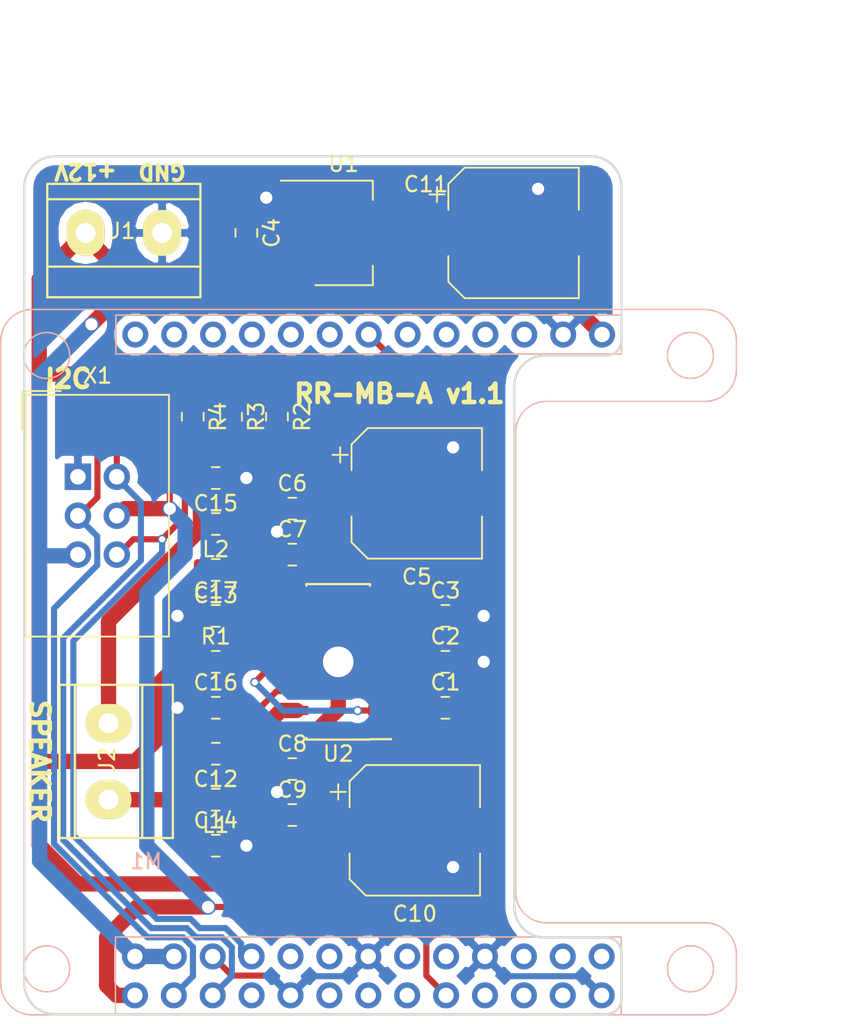
<source format=kicad_pcb>
(kicad_pcb (version 20171130) (host pcbnew 5.0.2-bee76a0~70~ubuntu16.04.1)

  (general
    (thickness 1.6)
    (drawings 23)
    (tracks 255)
    (zones 0)
    (modules 29)
    (nets 43)
  )

  (page A4)
  (layers
    (0 F.Cu signal)
    (31 B.Cu signal)
    (32 B.Adhes user)
    (33 F.Adhes user)
    (34 B.Paste user)
    (35 F.Paste user)
    (36 B.SilkS user)
    (37 F.SilkS user)
    (38 B.Mask user)
    (39 F.Mask user)
    (40 Dwgs.User user)
    (41 Cmts.User user)
    (42 Eco1.User user)
    (43 Eco2.User user)
    (44 Edge.Cuts user)
    (45 Margin user)
    (46 B.CrtYd user)
    (47 F.CrtYd user)
    (48 B.Fab user)
    (49 F.Fab user hide)
  )

  (setup
    (last_trace_width 0.4)
    (trace_clearance 0.2)
    (zone_clearance 0.508)
    (zone_45_only no)
    (trace_min 0.2)
    (segment_width 0.2)
    (edge_width 0.15)
    (via_size 0.6)
    (via_drill 0.4)
    (via_min_size 0.4)
    (via_min_drill 0.3)
    (uvia_size 0.3)
    (uvia_drill 0.1)
    (uvias_allowed no)
    (uvia_min_size 0.2)
    (uvia_min_drill 0.1)
    (pcb_text_width 0.3)
    (pcb_text_size 1.5 1.5)
    (mod_edge_width 0.15)
    (mod_text_size 1 1)
    (mod_text_width 0.15)
    (pad_size 1.524 1.524)
    (pad_drill 0.762)
    (pad_to_mask_clearance 0.2)
    (solder_mask_min_width 0.25)
    (aux_axis_origin 91.5 96)
    (grid_origin 135 53)
    (visible_elements FFFFEF7F)
    (pcbplotparams
      (layerselection 0x010f0_ffffffff)
      (usegerberextensions false)
      (usegerberattributes false)
      (usegerberadvancedattributes false)
      (creategerberjobfile false)
      (excludeedgelayer true)
      (linewidth 0.100000)
      (plotframeref false)
      (viasonmask false)
      (mode 1)
      (useauxorigin false)
      (hpglpennumber 1)
      (hpglpenspeed 20)
      (hpglpendiameter 15.000000)
      (psnegative false)
      (psa4output false)
      (plotreference true)
      (plotvalue true)
      (plotinvisibletext false)
      (padsonsilk false)
      (subtractmaskfromsilk false)
      (outputformat 1)
      (mirror false)
      (drillshape 0)
      (scaleselection 1)
      (outputdirectory "gerber/"))
  )

  (net 0 "")
  (net 1 "Net-(C1-Pad1)")
  (net 2 /AUDIO)
  (net 3 "Net-(C2-Pad1)")
  (net 4 GND)
  (net 5 +12V)
  (net 6 +5V)
  (net 7 "Net-(C12-Pad1)")
  (net 8 "Net-(C12-Pad2)")
  (net 9 "Net-(C13-Pad1)")
  (net 10 "Net-(C13-Pad2)")
  (net 11 "Net-(C14-Pad1)")
  (net 12 "Net-(C15-Pad2)")
  (net 13 +3V3)
  (net 14 /VCLAMP)
  (net 15 /AVCC)
  (net 16 /SDA)
  (net 17 /SCL)
  (net 18 /ALERT)
  (net 19 "Net-(M1-Pad7)")
  (net 20 "Net-(M1-Pad10)")
  (net 21 "Net-(M1-Pad11)")
  (net 22 "Net-(M1-Pad12)")
  (net 23 "Net-(M1-Pad13)")
  (net 24 "Net-(M1-Pad15)")
  (net 25 "Net-(M1-Pad16)")
  (net 26 "Net-(M1-Pad18)")
  (net 27 "Net-(M1-Pad19)")
  (net 28 "Net-(M1-Pad21)")
  (net 29 "Net-(M1-Pad22)")
  (net 30 "Net-(M1-Pad23)")
  (net 31 "Net-(M1-Pad24)")
  (net 32 "Net-(M1-Pad26)")
  (net 33 "Net-(M1-Pad39)")
  (net 34 "Net-(M1-Pad38)")
  (net 35 "Net-(M1-Pad37)")
  (net 36 "Net-(M1-Pad36)")
  (net 37 "Net-(M1-Pad35)")
  (net 38 "Net-(M1-Pad34)")
  (net 39 "Net-(M1-Pad32)")
  (net 40 "Net-(M1-Pad31)")
  (net 41 "Net-(M1-Pad30)")
  (net 42 "Net-(M1-Pad29)")

  (net_class Default "This is the default net class."
    (clearance 0.2)
    (trace_width 0.4)
    (via_dia 0.6)
    (via_drill 0.4)
    (uvia_dia 0.3)
    (uvia_drill 0.1)
    (add_net /ALERT)
    (add_net /AUDIO)
    (add_net /SCL)
    (add_net /SDA)
    (add_net "Net-(C12-Pad2)")
    (add_net "Net-(C13-Pad2)")
    (add_net "Net-(M1-Pad10)")
    (add_net "Net-(M1-Pad11)")
    (add_net "Net-(M1-Pad12)")
    (add_net "Net-(M1-Pad13)")
    (add_net "Net-(M1-Pad15)")
    (add_net "Net-(M1-Pad16)")
    (add_net "Net-(M1-Pad18)")
    (add_net "Net-(M1-Pad19)")
    (add_net "Net-(M1-Pad21)")
    (add_net "Net-(M1-Pad22)")
    (add_net "Net-(M1-Pad23)")
    (add_net "Net-(M1-Pad24)")
    (add_net "Net-(M1-Pad26)")
    (add_net "Net-(M1-Pad29)")
    (add_net "Net-(M1-Pad30)")
    (add_net "Net-(M1-Pad31)")
    (add_net "Net-(M1-Pad32)")
    (add_net "Net-(M1-Pad34)")
    (add_net "Net-(M1-Pad35)")
    (add_net "Net-(M1-Pad36)")
    (add_net "Net-(M1-Pad37)")
    (add_net "Net-(M1-Pad38)")
    (add_net "Net-(M1-Pad39)")
    (add_net "Net-(M1-Pad7)")
  )

  (net_class PWR ""
    (clearance 0.2)
    (trace_width 1)
    (via_dia 1)
    (via_drill 0.8)
    (uvia_dia 0.3)
    (uvia_drill 0.1)
    (add_net +12V)
    (add_net +3V3)
    (add_net +5V)
    (add_net /AVCC)
    (add_net /VCLAMP)
    (add_net GND)
    (add_net "Net-(C1-Pad1)")
    (add_net "Net-(C12-Pad1)")
    (add_net "Net-(C13-Pad1)")
    (add_net "Net-(C14-Pad1)")
    (add_net "Net-(C15-Pad2)")
    (add_net "Net-(C2-Pad1)")
  )

  (module device.farm:DG301-5.0-02 (layer F.Cu) (tedit 5777CD9F) (tstamp 5C2CD830)
    (at 97 77 270)
    (path /5C26458B)
    (fp_text reference J2 (at 2.416 0.1 270) (layer F.SilkS)
      (effects (font (size 1 1) (thickness 0.15)))
    )
    (fp_text value Speaker (at 0 -5.4 270) (layer F.Fab)
      (effects (font (size 1 1) (thickness 0.15)))
    )
    (fp_line (start -2.5 -4.2) (end 7.5 -4.2) (layer F.SilkS) (width 0.15))
    (fp_line (start 7.5 -4.2) (end 7.5 3.2) (layer F.SilkS) (width 0.15))
    (fp_line (start 7.5 3.2) (end -2.5 3.2) (layer F.SilkS) (width 0.15))
    (fp_line (start -2.5 3.2) (end -2.5 -4.2) (layer F.SilkS) (width 0.15))
    (fp_line (start -2.5 -2.2) (end 7.5 -2.2) (layer F.SilkS) (width 0.15))
    (fp_line (start -2.5 2.2) (end 7.5 2.2) (layer F.SilkS) (width 0.15))
    (pad 2 thru_hole oval (at 5 0 270) (size 2.5 3) (drill 1.3) (layers *.Cu *.Mask F.SilkS)
      (net 11 "Net-(C14-Pad1)"))
    (pad 1 thru_hole oval (at 0 0 270) (size 2.5 3) (drill 1.3) (layers *.Cu *.Mask F.SilkS)
      (net 12 "Net-(C15-Pad2)"))
    (model ${DF_3D}/DG301-5.0-02.wrl
      (at (xyz 0 0 0))
      (scale (xyz 0.3937 0.3937 0.3937))
      (rotate (xyz 0 0 0))
    )
  )

  (module device.farm:DG301-5.0-02 (layer F.Cu) (tedit 5777CD9F) (tstamp 5C2CD82B)
    (at 100.5 45 180)
    (path /5C26B058)
    (fp_text reference J1 (at 2.584 0.128 180) (layer F.SilkS)
      (effects (font (size 1 1) (thickness 0.15)))
    )
    (fp_text value Power (at 0 -5.4 180) (layer F.Fab)
      (effects (font (size 1 1) (thickness 0.15)))
    )
    (fp_line (start -2.5 -4.2) (end 7.5 -4.2) (layer F.SilkS) (width 0.15))
    (fp_line (start 7.5 -4.2) (end 7.5 3.2) (layer F.SilkS) (width 0.15))
    (fp_line (start 7.5 3.2) (end -2.5 3.2) (layer F.SilkS) (width 0.15))
    (fp_line (start -2.5 3.2) (end -2.5 -4.2) (layer F.SilkS) (width 0.15))
    (fp_line (start -2.5 -2.2) (end 7.5 -2.2) (layer F.SilkS) (width 0.15))
    (fp_line (start -2.5 2.2) (end 7.5 2.2) (layer F.SilkS) (width 0.15))
    (pad 2 thru_hole oval (at 5 0 180) (size 2.5 3) (drill 1.3) (layers *.Cu *.Mask F.SilkS)
      (net 5 +12V))
    (pad 1 thru_hole oval (at 0 0 180) (size 2.5 3) (drill 1.3) (layers *.Cu *.Mask F.SilkS)
      (net 4 GND))
    (model ${DF_3D}/DG301-5.0-02.wrl
      (at (xyz 0 0 0))
      (scale (xyz 0.3937 0.3937 0.3937))
      (rotate (xyz 0 0 0))
    )
  )

  (module device.farm:Orange-Pi-Zero locked (layer B.Cu) (tedit 5CA67469) (tstamp 5C27DBFE)
    (at 135 53)
    (path /5C2617B0)
    (fp_text reference M1 (at -35.56 33.02) (layer B.SilkS)
      (effects (font (size 1 1) (thickness 0.15)) (justify mirror))
    )
    (fp_text value Orange-Pi-Zero (at -31.75 35.56) (layer B.Fab)
      (effects (font (size 1 1) (thickness 0.15)) (justify mirror))
    )
    (fp_line (start -6.091472 -1.685342) (end -6.091472 -1.045342) (layer B.SilkS) (width 0.1))
    (fp_arc (start -9.413229 35.036013) (end -11.413229 35.036013) (angle -90) (layer B.SilkS) (width 0.1))
    (fp_circle (center -5.771472 -1.365342) (end -5.318924 -1.365342) (layer B.SilkS) (width 0.1))
    (fp_line (start -37.521472 -2.635342) (end -37.521472 -0.095342) (layer B.SilkS) (width 0.1))
    (fp_line (start -9.413229 37.036013) (end 0.942795 37.036013) (layer B.SilkS) (width 0.1))
    (fp_line (start -11.413229 5.00257) (end -11.413229 35.036013) (layer B.SilkS) (width 0.1))
    (fp_circle (center -42.034973 0) (end -40.534973 0) (layer B.SilkS) (width 0.1))
    (fp_line (start 0.942795 3.00257) (end -9.413229 3.00257) (layer B.SilkS) (width 0.1))
    (fp_arc (start 0.942795 0.942796) (end 0.942795 3.00257) (angle -90) (layer B.SilkS) (width 0.1))
    (fp_arc (start 0.942795 40.981379) (end 0.942795 43.041154) (angle -90) (layer B.SilkS) (width 0.1))
    (fp_arc (start 0.942795 39.095788) (end 3.00257 39.095788) (angle -90) (layer B.SilkS) (width 0.1))
    (fp_arc (start -42.977769 40.981379) (end -45.037543 40.981379) (angle -90) (layer B.SilkS) (width 0.1))
    (fp_arc (start -42.977769 -0.942796) (end -42.977769 -3.002571) (angle -90) (layer B.SilkS) (width 0.1))
    (fp_arc (start 0.942795 -0.942796) (end 3.00257 -0.942796) (angle -90) (layer B.SilkS) (width 0.1))
    (fp_line (start -37.547108 37.961414) (end -37.547108 43.041414) (layer B.SilkS) (width 0.1))
    (fp_line (start -4.527108 37.961414) (end -37.547108 37.961414) (layer B.SilkS) (width 0.1))
    (fp_line (start -4.527108 37.961414) (end -4.527108 43.041414) (layer B.SilkS) (width 0.1))
    (fp_line (start -4.501472 -2.635342) (end -37.521472 -2.635342) (layer B.SilkS) (width 0.1))
    (fp_line (start -4.501472 -2.635342) (end -4.501472 -0.095342) (layer B.SilkS) (width 0.1))
    (fp_line (start -42.977769 43.041154) (end 0.942795 43.041154) (layer B.SilkS) (width 0.1))
    (fp_line (start 3.00257 39.095788) (end 3.00257 40.981379) (layer B.SilkS) (width 0.1))
    (fp_circle (center -42.034973 40.038583) (end -40.534973 40.038583) (layer B.SilkS) (width 0.1))
    (fp_line (start -37.521472 -0.095342) (end -4.501472 -0.095342) (layer B.SilkS) (width 0.1))
    (fp_line (start -42.977769 -3.002571) (end 0.942795 -3.002571) (layer B.SilkS) (width 0.1))
    (fp_line (start -6.091472 -1.045342) (end -5.451472 -1.045342) (layer B.SilkS) (width 0.1))
    (fp_arc (start -9.413229 5.00257) (end -9.413229 3.00257) (angle -90) (layer B.SilkS) (width 0.1))
    (fp_circle (center 0 0) (end 1.5 0) (layer B.SilkS) (width 0.1))
    (fp_line (start -45.037543 -0.942796) (end -45.037543 40.981379) (layer B.SilkS) (width 0.1))
    (fp_circle (center 0 40.038583) (end 1.5 40.038583) (layer B.SilkS) (width 0.1))
    (fp_line (start 3.00257 -0.942796) (end 3.00257 0.942796) (layer B.SilkS) (width 0.1))
    (pad 27 thru_hole circle (at -5.771472 -1.365342) (size 1.7 1.7) (drill 1) (layers *.Cu *.Mask)
      (net 6 +5V))
    (pad 28 thru_hole circle (at -8.311472 -1.365342) (size 1.7 1.7) (drill 1) (layers *.Cu *.Mask)
      (net 4 GND))
    (pad 29 thru_hole circle (at -10.851472 -1.365342) (size 1.7 1.7) (drill 1) (layers *.Cu *.Mask)
      (net 42 "Net-(M1-Pad29)"))
    (pad 30 thru_hole circle (at -13.391472 -1.365342) (size 1.7 1.7) (drill 1) (layers *.Cu *.Mask)
      (net 41 "Net-(M1-Pad30)"))
    (pad 31 thru_hole circle (at -15.931472 -1.365342) (size 1.7 1.7) (drill 1) (layers *.Cu *.Mask)
      (net 40 "Net-(M1-Pad31)"))
    (pad 32 thru_hole circle (at -18.471472 -1.365342) (size 1.7 1.7) (drill 1) (layers *.Cu *.Mask)
      (net 39 "Net-(M1-Pad32)"))
    (pad 33 thru_hole circle (at -21.011472 -1.365342) (size 1.7 1.7) (drill 1) (layers *.Cu *.Mask)
      (net 2 /AUDIO))
    (pad 34 thru_hole circle (at -23.551472 -1.365342) (size 1.7 1.7) (drill 1) (layers *.Cu *.Mask)
      (net 38 "Net-(M1-Pad34)"))
    (pad 35 thru_hole circle (at -26.091472 -1.365342) (size 1.7 1.7) (drill 1) (layers *.Cu *.Mask)
      (net 37 "Net-(M1-Pad35)"))
    (pad 36 thru_hole circle (at -28.631472 -1.365342) (size 1.7 1.7) (drill 1) (layers *.Cu *.Mask)
      (net 36 "Net-(M1-Pad36)"))
    (pad 37 thru_hole circle (at -31.171472 -1.365342) (size 1.7 1.7) (drill 1) (layers *.Cu *.Mask)
      (net 35 "Net-(M1-Pad37)"))
    (pad 38 thru_hole circle (at -33.711472 -1.365342) (size 1.7 1.7) (drill 1) (layers *.Cu *.Mask)
      (net 34 "Net-(M1-Pad38)"))
    (pad 39 thru_hole circle (at -36.251472 -1.365342) (size 1.7 1.7) (drill 1) (layers *.Cu *.Mask)
      (net 33 "Net-(M1-Pad39)"))
    (pad 26 thru_hole circle (at -5.797108 39.231414) (size 1.7 1.7) (drill 1) (layers *.Cu *.Mask)
      (net 32 "Net-(M1-Pad26)"))
    (pad 25 thru_hole circle (at -5.797108 41.771414) (size 1.7 1.7) (drill 1) (layers *.Cu *.Mask)
      (net 4 GND))
    (pad 24 thru_hole circle (at -8.337108 39.231414) (size 1.7 1.7) (drill 1) (layers *.Cu *.Mask)
      (net 31 "Net-(M1-Pad24)"))
    (pad 23 thru_hole circle (at -8.337108 41.771414) (size 1.7 1.7) (drill 1) (layers *.Cu *.Mask)
      (net 30 "Net-(M1-Pad23)"))
    (pad 22 thru_hole circle (at -10.877108 39.231414) (size 1.7 1.7) (drill 1) (layers *.Cu *.Mask)
      (net 29 "Net-(M1-Pad22)"))
    (pad 21 thru_hole circle (at -10.877108 41.771414) (size 1.7 1.7) (drill 1) (layers *.Cu *.Mask)
      (net 28 "Net-(M1-Pad21)"))
    (pad 20 thru_hole circle (at -13.417108 39.231414) (size 1.7 1.7) (drill 1) (layers *.Cu *.Mask)
      (net 4 GND))
    (pad 19 thru_hole circle (at -13.417108 41.771414) (size 1.7 1.7) (drill 1) (layers *.Cu *.Mask)
      (net 27 "Net-(M1-Pad19)"))
    (pad 18 thru_hole circle (at -15.957108 39.231414) (size 1.7 1.7) (drill 1) (layers *.Cu *.Mask)
      (net 26 "Net-(M1-Pad18)"))
    (pad 17 thru_hole circle (at -15.957108 41.771414) (size 1.7 1.7) (drill 1) (layers *.Cu *.Mask)
      (net 13 +3V3))
    (pad 16 thru_hole circle (at -18.497108 39.231414) (size 1.7 1.7) (drill 1) (layers *.Cu *.Mask)
      (net 25 "Net-(M1-Pad16)"))
    (pad 15 thru_hole circle (at -18.497108 41.771414) (size 1.7 1.7) (drill 1) (layers *.Cu *.Mask)
      (net 24 "Net-(M1-Pad15)"))
    (pad 14 thru_hole circle (at -21.037108 39.231414) (size 1.7 1.7) (drill 1) (layers *.Cu *.Mask)
      (net 4 GND))
    (pad 13 thru_hole circle (at -21.037108 41.771414) (size 1.7 1.7) (drill 1) (layers *.Cu *.Mask)
      (net 23 "Net-(M1-Pad13)"))
    (pad 12 thru_hole circle (at -23.577108 39.231414) (size 1.7 1.7) (drill 1) (layers *.Cu *.Mask)
      (net 22 "Net-(M1-Pad12)"))
    (pad 11 thru_hole circle (at -23.577108 41.771414) (size 1.7 1.7) (drill 1) (layers *.Cu *.Mask)
      (net 21 "Net-(M1-Pad11)"))
    (pad 10 thru_hole circle (at -26.117108 39.231414) (size 1.7 1.7) (drill 1) (layers *.Cu *.Mask)
      (net 20 "Net-(M1-Pad10)"))
    (pad 9 thru_hole circle (at -26.117108 41.771414) (size 1.7 1.7) (drill 1) (layers *.Cu *.Mask)
      (net 4 GND))
    (pad 8 thru_hole circle (at -28.657108 39.231414) (size 1.7 1.7) (drill 1) (layers *.Cu *.Mask)
      (net 18 /ALERT))
    (pad 7 thru_hole circle (at -28.657108 41.771414) (size 1.7 1.7) (drill 1) (layers *.Cu *.Mask)
      (net 19 "Net-(M1-Pad7)"))
    (pad 6 thru_hole circle (at -31.197108 39.231414) (size 1.7 1.7) (drill 1) (layers *.Cu *.Mask)
      (net 4 GND))
    (pad 5 thru_hole circle (at -31.197108 41.771414) (size 1.7 1.7) (drill 1) (layers *.Cu *.Mask)
      (net 17 /SCL))
    (pad 4 thru_hole circle (at -33.737108 39.231414) (size 1.7 1.7) (drill 1) (layers *.Cu *.Mask)
      (net 6 +5V))
    (pad 3 thru_hole circle (at -33.737108 41.771414) (size 1.7 1.7) (drill 1) (layers *.Cu *.Mask)
      (net 16 /SDA))
    (pad 2 thru_hole circle (at -36.277108 39.231414) (size 1.7 1.7) (drill 1) (layers *.Cu *.Mask)
      (net 6 +5V))
    (pad 1 thru_hole circle (at -36.277108 41.771414) (size 1.7 1.7) (drill 1) (layers *.Cu *.Mask)
      (net 13 +3V3))
    (model "${DF}/Orange Pi Zero.wrl"
      (at (xyz 0 0 0))
      (scale (xyz 0.3937 0.3937 0.3937))
      (rotate (xyz 0 0 0))
    )
    (model "${DF}/device.farm.pretty/Orange Pi Zero.step"
      (at (xyz 0 0 0))
      (scale (xyz 1 1 1))
      (rotate (xyz 0 0 0))
    )
  )

  (module Capacitor_SMD:C_0805_2012Metric (layer F.Cu) (tedit 5B36C52B) (tstamp 5CB34F97)
    (at 119 76)
    (descr "Capacitor SMD 0805 (2012 Metric), square (rectangular) end terminal, IPC_7351 nominal, (Body size source: https://docs.google.com/spreadsheets/d/1BsfQQcO9C6DZCsRaXUlFlo91Tg2WpOkGARC1WS5S8t0/edit?usp=sharing), generated with kicad-footprint-generator")
    (tags capacitor)
    (path /5C262ACC)
    (attr smd)
    (fp_text reference C1 (at 0 -1.65) (layer F.SilkS)
      (effects (font (size 1 1) (thickness 0.15)))
    )
    (fp_text value 470n (at 0 1.65) (layer F.Fab)
      (effects (font (size 1 1) (thickness 0.15)))
    )
    (fp_text user %R (at 0 0) (layer F.Fab)
      (effects (font (size 0.5 0.5) (thickness 0.08)))
    )
    (fp_line (start 1.68 0.95) (end -1.68 0.95) (layer F.CrtYd) (width 0.05))
    (fp_line (start 1.68 -0.95) (end 1.68 0.95) (layer F.CrtYd) (width 0.05))
    (fp_line (start -1.68 -0.95) (end 1.68 -0.95) (layer F.CrtYd) (width 0.05))
    (fp_line (start -1.68 0.95) (end -1.68 -0.95) (layer F.CrtYd) (width 0.05))
    (fp_line (start -0.258578 0.71) (end 0.258578 0.71) (layer F.SilkS) (width 0.12))
    (fp_line (start -0.258578 -0.71) (end 0.258578 -0.71) (layer F.SilkS) (width 0.12))
    (fp_line (start 1 0.6) (end -1 0.6) (layer F.Fab) (width 0.1))
    (fp_line (start 1 -0.6) (end 1 0.6) (layer F.Fab) (width 0.1))
    (fp_line (start -1 -0.6) (end 1 -0.6) (layer F.Fab) (width 0.1))
    (fp_line (start -1 0.6) (end -1 -0.6) (layer F.Fab) (width 0.1))
    (pad 2 smd roundrect (at 0.9375 0) (size 0.975 1.4) (layers F.Cu F.Paste F.Mask) (roundrect_rratio 0.25)
      (net 2 /AUDIO))
    (pad 1 smd roundrect (at -0.9375 0) (size 0.975 1.4) (layers F.Cu F.Paste F.Mask) (roundrect_rratio 0.25)
      (net 1 "Net-(C1-Pad1)"))
    (model ${KISYS3DMOD}/Capacitor_SMD.3dshapes/C_0805_2012Metric.wrl
      (at (xyz 0 0 0))
      (scale (xyz 1 1 1))
      (rotate (xyz 0 0 0))
    )
  )

  (module Capacitor_SMD:C_0805_2012Metric (layer F.Cu) (tedit 5B36C52B) (tstamp 5CB34FA7)
    (at 119 73)
    (descr "Capacitor SMD 0805 (2012 Metric), square (rectangular) end terminal, IPC_7351 nominal, (Body size source: https://docs.google.com/spreadsheets/d/1BsfQQcO9C6DZCsRaXUlFlo91Tg2WpOkGARC1WS5S8t0/edit?usp=sharing), generated with kicad-footprint-generator")
    (tags capacitor)
    (path /5C262007)
    (attr smd)
    (fp_text reference C2 (at 0 -1.65) (layer F.SilkS)
      (effects (font (size 1 1) (thickness 0.15)))
    )
    (fp_text value 1u (at 0 1.65) (layer F.Fab)
      (effects (font (size 1 1) (thickness 0.15)))
    )
    (fp_text user %R (at 0 0) (layer F.Fab)
      (effects (font (size 0.5 0.5) (thickness 0.08)))
    )
    (fp_line (start 1.68 0.95) (end -1.68 0.95) (layer F.CrtYd) (width 0.05))
    (fp_line (start 1.68 -0.95) (end 1.68 0.95) (layer F.CrtYd) (width 0.05))
    (fp_line (start -1.68 -0.95) (end 1.68 -0.95) (layer F.CrtYd) (width 0.05))
    (fp_line (start -1.68 0.95) (end -1.68 -0.95) (layer F.CrtYd) (width 0.05))
    (fp_line (start -0.258578 0.71) (end 0.258578 0.71) (layer F.SilkS) (width 0.12))
    (fp_line (start -0.258578 -0.71) (end 0.258578 -0.71) (layer F.SilkS) (width 0.12))
    (fp_line (start 1 0.6) (end -1 0.6) (layer F.Fab) (width 0.1))
    (fp_line (start 1 -0.6) (end 1 0.6) (layer F.Fab) (width 0.1))
    (fp_line (start -1 -0.6) (end 1 -0.6) (layer F.Fab) (width 0.1))
    (fp_line (start -1 0.6) (end -1 -0.6) (layer F.Fab) (width 0.1))
    (pad 2 smd roundrect (at 0.9375 0) (size 0.975 1.4) (layers F.Cu F.Paste F.Mask) (roundrect_rratio 0.25)
      (net 4 GND))
    (pad 1 smd roundrect (at -0.9375 0) (size 0.975 1.4) (layers F.Cu F.Paste F.Mask) (roundrect_rratio 0.25)
      (net 3 "Net-(C2-Pad1)"))
    (model ${KISYS3DMOD}/Capacitor_SMD.3dshapes/C_0805_2012Metric.wrl
      (at (xyz 0 0 0))
      (scale (xyz 1 1 1))
      (rotate (xyz 0 0 0))
    )
  )

  (module Capacitor_SMD:C_0805_2012Metric (layer F.Cu) (tedit 5B36C52B) (tstamp 5CB34FB7)
    (at 119 70)
    (descr "Capacitor SMD 0805 (2012 Metric), square (rectangular) end terminal, IPC_7351 nominal, (Body size source: https://docs.google.com/spreadsheets/d/1BsfQQcO9C6DZCsRaXUlFlo91Tg2WpOkGARC1WS5S8t0/edit?usp=sharing), generated with kicad-footprint-generator")
    (tags capacitor)
    (path /5C2621FC)
    (attr smd)
    (fp_text reference C3 (at 0 -1.65) (layer F.SilkS)
      (effects (font (size 1 1) (thickness 0.15)))
    )
    (fp_text value 1u (at 0 1.65) (layer F.Fab)
      (effects (font (size 1 1) (thickness 0.15)))
    )
    (fp_text user %R (at 0 0) (layer F.Fab)
      (effects (font (size 0.5 0.5) (thickness 0.08)))
    )
    (fp_line (start 1.68 0.95) (end -1.68 0.95) (layer F.CrtYd) (width 0.05))
    (fp_line (start 1.68 -0.95) (end 1.68 0.95) (layer F.CrtYd) (width 0.05))
    (fp_line (start -1.68 -0.95) (end 1.68 -0.95) (layer F.CrtYd) (width 0.05))
    (fp_line (start -1.68 0.95) (end -1.68 -0.95) (layer F.CrtYd) (width 0.05))
    (fp_line (start -0.258578 0.71) (end 0.258578 0.71) (layer F.SilkS) (width 0.12))
    (fp_line (start -0.258578 -0.71) (end 0.258578 -0.71) (layer F.SilkS) (width 0.12))
    (fp_line (start 1 0.6) (end -1 0.6) (layer F.Fab) (width 0.1))
    (fp_line (start 1 -0.6) (end 1 0.6) (layer F.Fab) (width 0.1))
    (fp_line (start -1 -0.6) (end 1 -0.6) (layer F.Fab) (width 0.1))
    (fp_line (start -1 0.6) (end -1 -0.6) (layer F.Fab) (width 0.1))
    (pad 2 smd roundrect (at 0.9375 0) (size 0.975 1.4) (layers F.Cu F.Paste F.Mask) (roundrect_rratio 0.25)
      (net 4 GND))
    (pad 1 smd roundrect (at -0.9375 0) (size 0.975 1.4) (layers F.Cu F.Paste F.Mask) (roundrect_rratio 0.25)
      (net 14 /VCLAMP))
    (model ${KISYS3DMOD}/Capacitor_SMD.3dshapes/C_0805_2012Metric.wrl
      (at (xyz 0 0 0))
      (scale (xyz 1 1 1))
      (rotate (xyz 0 0 0))
    )
  )

  (module Capacitor_SMD:C_0805_2012Metric (layer F.Cu) (tedit 5B36C52B) (tstamp 5CB34FC7)
    (at 106 45 270)
    (descr "Capacitor SMD 0805 (2012 Metric), square (rectangular) end terminal, IPC_7351 nominal, (Body size source: https://docs.google.com/spreadsheets/d/1BsfQQcO9C6DZCsRaXUlFlo91Tg2WpOkGARC1WS5S8t0/edit?usp=sharing), generated with kicad-footprint-generator")
    (tags capacitor)
    (path /5C269BBD)
    (attr smd)
    (fp_text reference C4 (at 0 -1.65 270) (layer F.SilkS)
      (effects (font (size 1 1) (thickness 0.15)))
    )
    (fp_text value 10u (at 0 1.65 270) (layer F.Fab)
      (effects (font (size 1 1) (thickness 0.15)))
    )
    (fp_text user %R (at 0 0 270) (layer F.Fab)
      (effects (font (size 0.5 0.5) (thickness 0.08)))
    )
    (fp_line (start 1.68 0.95) (end -1.68 0.95) (layer F.CrtYd) (width 0.05))
    (fp_line (start 1.68 -0.95) (end 1.68 0.95) (layer F.CrtYd) (width 0.05))
    (fp_line (start -1.68 -0.95) (end 1.68 -0.95) (layer F.CrtYd) (width 0.05))
    (fp_line (start -1.68 0.95) (end -1.68 -0.95) (layer F.CrtYd) (width 0.05))
    (fp_line (start -0.258578 0.71) (end 0.258578 0.71) (layer F.SilkS) (width 0.12))
    (fp_line (start -0.258578 -0.71) (end 0.258578 -0.71) (layer F.SilkS) (width 0.12))
    (fp_line (start 1 0.6) (end -1 0.6) (layer F.Fab) (width 0.1))
    (fp_line (start 1 -0.6) (end 1 0.6) (layer F.Fab) (width 0.1))
    (fp_line (start -1 -0.6) (end 1 -0.6) (layer F.Fab) (width 0.1))
    (fp_line (start -1 0.6) (end -1 -0.6) (layer F.Fab) (width 0.1))
    (pad 2 smd roundrect (at 0.9375 0 270) (size 0.975 1.4) (layers F.Cu F.Paste F.Mask) (roundrect_rratio 0.25)
      (net 5 +12V))
    (pad 1 smd roundrect (at -0.9375 0 270) (size 0.975 1.4) (layers F.Cu F.Paste F.Mask) (roundrect_rratio 0.25)
      (net 4 GND))
    (model ${KISYS3DMOD}/Capacitor_SMD.3dshapes/C_0805_2012Metric.wrl
      (at (xyz 0 0 0))
      (scale (xyz 1 1 1))
      (rotate (xyz 0 0 0))
    )
  )

  (module Capacitor_SMD:CP_Elec_8x10 (layer F.Cu) (tedit 5BCA39D0) (tstamp 5CB34FD7)
    (at 117.127432 62)
    (descr "SMD capacitor, aluminum electrolytic, Nichicon, 8.0x10mm")
    (tags "capacitor electrolytic")
    (path /5C2623D4)
    (attr smd)
    (fp_text reference C5 (at 0 5.45) (layer F.SilkS)
      (effects (font (size 1 1) (thickness 0.15)))
    )
    (fp_text value 470u/16V (at 0 -5.45) (layer F.Fab)
      (effects (font (size 1 1) (thickness 0.15)))
    )
    (fp_text user %R (at 0 0) (layer F.Fab)
      (effects (font (size 1 1) (thickness 0.15)))
    )
    (fp_line (start -5.25 1.5) (end -4.4 1.5) (layer F.CrtYd) (width 0.05))
    (fp_line (start -5.25 -1.5) (end -5.25 1.5) (layer F.CrtYd) (width 0.05))
    (fp_line (start -4.4 -1.5) (end -5.25 -1.5) (layer F.CrtYd) (width 0.05))
    (fp_line (start -4.4 1.5) (end -4.4 3.25) (layer F.CrtYd) (width 0.05))
    (fp_line (start -4.4 -3.25) (end -4.4 -1.5) (layer F.CrtYd) (width 0.05))
    (fp_line (start -4.4 -3.25) (end -3.25 -4.4) (layer F.CrtYd) (width 0.05))
    (fp_line (start -4.4 3.25) (end -3.25 4.4) (layer F.CrtYd) (width 0.05))
    (fp_line (start -3.25 -4.4) (end 4.4 -4.4) (layer F.CrtYd) (width 0.05))
    (fp_line (start -3.25 4.4) (end 4.4 4.4) (layer F.CrtYd) (width 0.05))
    (fp_line (start 4.4 1.5) (end 4.4 4.4) (layer F.CrtYd) (width 0.05))
    (fp_line (start 5.25 1.5) (end 4.4 1.5) (layer F.CrtYd) (width 0.05))
    (fp_line (start 5.25 -1.5) (end 5.25 1.5) (layer F.CrtYd) (width 0.05))
    (fp_line (start 4.4 -1.5) (end 5.25 -1.5) (layer F.CrtYd) (width 0.05))
    (fp_line (start 4.4 -4.4) (end 4.4 -1.5) (layer F.CrtYd) (width 0.05))
    (fp_line (start -5 -3.01) (end -5 -2.01) (layer F.SilkS) (width 0.12))
    (fp_line (start -5.5 -2.51) (end -4.5 -2.51) (layer F.SilkS) (width 0.12))
    (fp_line (start -4.26 3.195563) (end -3.195563 4.26) (layer F.SilkS) (width 0.12))
    (fp_line (start -4.26 -3.195563) (end -3.195563 -4.26) (layer F.SilkS) (width 0.12))
    (fp_line (start -4.26 -3.195563) (end -4.26 -1.51) (layer F.SilkS) (width 0.12))
    (fp_line (start -4.26 3.195563) (end -4.26 1.51) (layer F.SilkS) (width 0.12))
    (fp_line (start -3.195563 4.26) (end 4.26 4.26) (layer F.SilkS) (width 0.12))
    (fp_line (start -3.195563 -4.26) (end 4.26 -4.26) (layer F.SilkS) (width 0.12))
    (fp_line (start 4.26 -4.26) (end 4.26 -1.51) (layer F.SilkS) (width 0.12))
    (fp_line (start 4.26 4.26) (end 4.26 1.51) (layer F.SilkS) (width 0.12))
    (fp_line (start -3.162278 -1.9) (end -3.162278 -1.1) (layer F.Fab) (width 0.1))
    (fp_line (start -3.562278 -1.5) (end -2.762278 -1.5) (layer F.Fab) (width 0.1))
    (fp_line (start -4.15 3.15) (end -3.15 4.15) (layer F.Fab) (width 0.1))
    (fp_line (start -4.15 -3.15) (end -3.15 -4.15) (layer F.Fab) (width 0.1))
    (fp_line (start -4.15 -3.15) (end -4.15 3.15) (layer F.Fab) (width 0.1))
    (fp_line (start -3.15 4.15) (end 4.15 4.15) (layer F.Fab) (width 0.1))
    (fp_line (start -3.15 -4.15) (end 4.15 -4.15) (layer F.Fab) (width 0.1))
    (fp_line (start 4.15 -4.15) (end 4.15 4.15) (layer F.Fab) (width 0.1))
    (fp_circle (center 0 0) (end 4 0) (layer F.Fab) (width 0.1))
    (pad 2 smd roundrect (at 3.25 0) (size 3.5 2.5) (layers F.Cu F.Paste F.Mask) (roundrect_rratio 0.1)
      (net 4 GND))
    (pad 1 smd roundrect (at -3.25 0) (size 3.5 2.5) (layers F.Cu F.Paste F.Mask) (roundrect_rratio 0.1)
      (net 5 +12V))
    (model ${KISYS3DMOD}/Capacitor_SMD.3dshapes/CP_Elec_8x10.wrl
      (at (xyz 0 0 0))
      (scale (xyz 1 1 1))
      (rotate (xyz 0 0 0))
    )
  )

  (module Capacitor_SMD:C_0805_2012Metric (layer F.Cu) (tedit 5B36C52B) (tstamp 5CB34FFE)
    (at 109 63)
    (descr "Capacitor SMD 0805 (2012 Metric), square (rectangular) end terminal, IPC_7351 nominal, (Body size source: https://docs.google.com/spreadsheets/d/1BsfQQcO9C6DZCsRaXUlFlo91Tg2WpOkGARC1WS5S8t0/edit?usp=sharing), generated with kicad-footprint-generator")
    (tags capacitor)
    (path /5C2623B0)
    (attr smd)
    (fp_text reference C6 (at 0 -1.65) (layer F.SilkS)
      (effects (font (size 1 1) (thickness 0.15)))
    )
    (fp_text value 10u (at 0 1.65) (layer F.Fab)
      (effects (font (size 1 1) (thickness 0.15)))
    )
    (fp_text user %R (at 0 0) (layer F.Fab)
      (effects (font (size 0.5 0.5) (thickness 0.08)))
    )
    (fp_line (start 1.68 0.95) (end -1.68 0.95) (layer F.CrtYd) (width 0.05))
    (fp_line (start 1.68 -0.95) (end 1.68 0.95) (layer F.CrtYd) (width 0.05))
    (fp_line (start -1.68 -0.95) (end 1.68 -0.95) (layer F.CrtYd) (width 0.05))
    (fp_line (start -1.68 0.95) (end -1.68 -0.95) (layer F.CrtYd) (width 0.05))
    (fp_line (start -0.258578 0.71) (end 0.258578 0.71) (layer F.SilkS) (width 0.12))
    (fp_line (start -0.258578 -0.71) (end 0.258578 -0.71) (layer F.SilkS) (width 0.12))
    (fp_line (start 1 0.6) (end -1 0.6) (layer F.Fab) (width 0.1))
    (fp_line (start 1 -0.6) (end 1 0.6) (layer F.Fab) (width 0.1))
    (fp_line (start -1 -0.6) (end 1 -0.6) (layer F.Fab) (width 0.1))
    (fp_line (start -1 0.6) (end -1 -0.6) (layer F.Fab) (width 0.1))
    (pad 2 smd roundrect (at 0.9375 0) (size 0.975 1.4) (layers F.Cu F.Paste F.Mask) (roundrect_rratio 0.25)
      (net 5 +12V))
    (pad 1 smd roundrect (at -0.9375 0) (size 0.975 1.4) (layers F.Cu F.Paste F.Mask) (roundrect_rratio 0.25)
      (net 4 GND))
    (model ${KISYS3DMOD}/Capacitor_SMD.3dshapes/C_0805_2012Metric.wrl
      (at (xyz 0 0 0))
      (scale (xyz 1 1 1))
      (rotate (xyz 0 0 0))
    )
  )

  (module Capacitor_SMD:C_0805_2012Metric (layer F.Cu) (tedit 5B36C52B) (tstamp 5CB3500E)
    (at 109 66)
    (descr "Capacitor SMD 0805 (2012 Metric), square (rectangular) end terminal, IPC_7351 nominal, (Body size source: https://docs.google.com/spreadsheets/d/1BsfQQcO9C6DZCsRaXUlFlo91Tg2WpOkGARC1WS5S8t0/edit?usp=sharing), generated with kicad-footprint-generator")
    (tags capacitor)
    (path /5C26234F)
    (attr smd)
    (fp_text reference C7 (at 0 -1.65) (layer F.SilkS)
      (effects (font (size 1 1) (thickness 0.15)))
    )
    (fp_text value 100n (at 0 1.65) (layer F.Fab)
      (effects (font (size 1 1) (thickness 0.15)))
    )
    (fp_text user %R (at 0 0) (layer F.Fab)
      (effects (font (size 0.5 0.5) (thickness 0.08)))
    )
    (fp_line (start 1.68 0.95) (end -1.68 0.95) (layer F.CrtYd) (width 0.05))
    (fp_line (start 1.68 -0.95) (end 1.68 0.95) (layer F.CrtYd) (width 0.05))
    (fp_line (start -1.68 -0.95) (end 1.68 -0.95) (layer F.CrtYd) (width 0.05))
    (fp_line (start -1.68 0.95) (end -1.68 -0.95) (layer F.CrtYd) (width 0.05))
    (fp_line (start -0.258578 0.71) (end 0.258578 0.71) (layer F.SilkS) (width 0.12))
    (fp_line (start -0.258578 -0.71) (end 0.258578 -0.71) (layer F.SilkS) (width 0.12))
    (fp_line (start 1 0.6) (end -1 0.6) (layer F.Fab) (width 0.1))
    (fp_line (start 1 -0.6) (end 1 0.6) (layer F.Fab) (width 0.1))
    (fp_line (start -1 -0.6) (end 1 -0.6) (layer F.Fab) (width 0.1))
    (fp_line (start -1 0.6) (end -1 -0.6) (layer F.Fab) (width 0.1))
    (pad 2 smd roundrect (at 0.9375 0) (size 0.975 1.4) (layers F.Cu F.Paste F.Mask) (roundrect_rratio 0.25)
      (net 5 +12V))
    (pad 1 smd roundrect (at -0.9375 0) (size 0.975 1.4) (layers F.Cu F.Paste F.Mask) (roundrect_rratio 0.25)
      (net 4 GND))
    (model ${KISYS3DMOD}/Capacitor_SMD.3dshapes/C_0805_2012Metric.wrl
      (at (xyz 0 0 0))
      (scale (xyz 1 1 1))
      (rotate (xyz 0 0 0))
    )
  )

  (module Capacitor_SMD:C_0805_2012Metric (layer F.Cu) (tedit 5B36C52B) (tstamp 5CB3501E)
    (at 109 80)
    (descr "Capacitor SMD 0805 (2012 Metric), square (rectangular) end terminal, IPC_7351 nominal, (Body size source: https://docs.google.com/spreadsheets/d/1BsfQQcO9C6DZCsRaXUlFlo91Tg2WpOkGARC1WS5S8t0/edit?usp=sharing), generated with kicad-footprint-generator")
    (tags capacitor)
    (path /5C26255D)
    (attr smd)
    (fp_text reference C8 (at 0 -1.65) (layer F.SilkS)
      (effects (font (size 1 1) (thickness 0.15)))
    )
    (fp_text value 100n (at 0 1.65) (layer F.Fab)
      (effects (font (size 1 1) (thickness 0.15)))
    )
    (fp_text user %R (at 0 0) (layer F.Fab)
      (effects (font (size 0.5 0.5) (thickness 0.08)))
    )
    (fp_line (start 1.68 0.95) (end -1.68 0.95) (layer F.CrtYd) (width 0.05))
    (fp_line (start 1.68 -0.95) (end 1.68 0.95) (layer F.CrtYd) (width 0.05))
    (fp_line (start -1.68 -0.95) (end 1.68 -0.95) (layer F.CrtYd) (width 0.05))
    (fp_line (start -1.68 0.95) (end -1.68 -0.95) (layer F.CrtYd) (width 0.05))
    (fp_line (start -0.258578 0.71) (end 0.258578 0.71) (layer F.SilkS) (width 0.12))
    (fp_line (start -0.258578 -0.71) (end 0.258578 -0.71) (layer F.SilkS) (width 0.12))
    (fp_line (start 1 0.6) (end -1 0.6) (layer F.Fab) (width 0.1))
    (fp_line (start 1 -0.6) (end 1 0.6) (layer F.Fab) (width 0.1))
    (fp_line (start -1 -0.6) (end 1 -0.6) (layer F.Fab) (width 0.1))
    (fp_line (start -1 0.6) (end -1 -0.6) (layer F.Fab) (width 0.1))
    (pad 2 smd roundrect (at 0.9375 0) (size 0.975 1.4) (layers F.Cu F.Paste F.Mask) (roundrect_rratio 0.25)
      (net 5 +12V))
    (pad 1 smd roundrect (at -0.9375 0) (size 0.975 1.4) (layers F.Cu F.Paste F.Mask) (roundrect_rratio 0.25)
      (net 4 GND))
    (model ${KISYS3DMOD}/Capacitor_SMD.3dshapes/C_0805_2012Metric.wrl
      (at (xyz 0 0 0))
      (scale (xyz 1 1 1))
      (rotate (xyz 0 0 0))
    )
  )

  (module Capacitor_SMD:C_0805_2012Metric (layer F.Cu) (tedit 5B36C52B) (tstamp 5CB3502E)
    (at 109 83)
    (descr "Capacitor SMD 0805 (2012 Metric), square (rectangular) end terminal, IPC_7351 nominal, (Body size source: https://docs.google.com/spreadsheets/d/1BsfQQcO9C6DZCsRaXUlFlo91Tg2WpOkGARC1WS5S8t0/edit?usp=sharing), generated with kicad-footprint-generator")
    (tags capacitor)
    (path /5C2625C9)
    (attr smd)
    (fp_text reference C9 (at 0 -1.65) (layer F.SilkS)
      (effects (font (size 1 1) (thickness 0.15)))
    )
    (fp_text value 10u (at 0 1.65) (layer F.Fab)
      (effects (font (size 1 1) (thickness 0.15)))
    )
    (fp_text user %R (at 0 0) (layer F.Fab)
      (effects (font (size 0.5 0.5) (thickness 0.08)))
    )
    (fp_line (start 1.68 0.95) (end -1.68 0.95) (layer F.CrtYd) (width 0.05))
    (fp_line (start 1.68 -0.95) (end 1.68 0.95) (layer F.CrtYd) (width 0.05))
    (fp_line (start -1.68 -0.95) (end 1.68 -0.95) (layer F.CrtYd) (width 0.05))
    (fp_line (start -1.68 0.95) (end -1.68 -0.95) (layer F.CrtYd) (width 0.05))
    (fp_line (start -0.258578 0.71) (end 0.258578 0.71) (layer F.SilkS) (width 0.12))
    (fp_line (start -0.258578 -0.71) (end 0.258578 -0.71) (layer F.SilkS) (width 0.12))
    (fp_line (start 1 0.6) (end -1 0.6) (layer F.Fab) (width 0.1))
    (fp_line (start 1 -0.6) (end 1 0.6) (layer F.Fab) (width 0.1))
    (fp_line (start -1 -0.6) (end 1 -0.6) (layer F.Fab) (width 0.1))
    (fp_line (start -1 0.6) (end -1 -0.6) (layer F.Fab) (width 0.1))
    (pad 2 smd roundrect (at 0.9375 0) (size 0.975 1.4) (layers F.Cu F.Paste F.Mask) (roundrect_rratio 0.25)
      (net 5 +12V))
    (pad 1 smd roundrect (at -0.9375 0) (size 0.975 1.4) (layers F.Cu F.Paste F.Mask) (roundrect_rratio 0.25)
      (net 4 GND))
    (model ${KISYS3DMOD}/Capacitor_SMD.3dshapes/C_0805_2012Metric.wrl
      (at (xyz 0 0 0))
      (scale (xyz 1 1 1))
      (rotate (xyz 0 0 0))
    )
  )

  (module Capacitor_SMD:CP_Elec_8x10 (layer F.Cu) (tedit 5BCA39D0) (tstamp 5CB3503E)
    (at 117 84)
    (descr "SMD capacitor, aluminum electrolytic, Nichicon, 8.0x10mm")
    (tags "capacitor electrolytic")
    (path /5C2625FE)
    (attr smd)
    (fp_text reference C10 (at 0 5.45) (layer F.SilkS)
      (effects (font (size 1 1) (thickness 0.15)))
    )
    (fp_text value 470u/16V (at 0 -5.45) (layer F.Fab)
      (effects (font (size 1 1) (thickness 0.15)))
    )
    (fp_text user %R (at 0 0) (layer F.Fab)
      (effects (font (size 1 1) (thickness 0.15)))
    )
    (fp_line (start -5.25 1.5) (end -4.4 1.5) (layer F.CrtYd) (width 0.05))
    (fp_line (start -5.25 -1.5) (end -5.25 1.5) (layer F.CrtYd) (width 0.05))
    (fp_line (start -4.4 -1.5) (end -5.25 -1.5) (layer F.CrtYd) (width 0.05))
    (fp_line (start -4.4 1.5) (end -4.4 3.25) (layer F.CrtYd) (width 0.05))
    (fp_line (start -4.4 -3.25) (end -4.4 -1.5) (layer F.CrtYd) (width 0.05))
    (fp_line (start -4.4 -3.25) (end -3.25 -4.4) (layer F.CrtYd) (width 0.05))
    (fp_line (start -4.4 3.25) (end -3.25 4.4) (layer F.CrtYd) (width 0.05))
    (fp_line (start -3.25 -4.4) (end 4.4 -4.4) (layer F.CrtYd) (width 0.05))
    (fp_line (start -3.25 4.4) (end 4.4 4.4) (layer F.CrtYd) (width 0.05))
    (fp_line (start 4.4 1.5) (end 4.4 4.4) (layer F.CrtYd) (width 0.05))
    (fp_line (start 5.25 1.5) (end 4.4 1.5) (layer F.CrtYd) (width 0.05))
    (fp_line (start 5.25 -1.5) (end 5.25 1.5) (layer F.CrtYd) (width 0.05))
    (fp_line (start 4.4 -1.5) (end 5.25 -1.5) (layer F.CrtYd) (width 0.05))
    (fp_line (start 4.4 -4.4) (end 4.4 -1.5) (layer F.CrtYd) (width 0.05))
    (fp_line (start -5 -3.01) (end -5 -2.01) (layer F.SilkS) (width 0.12))
    (fp_line (start -5.5 -2.51) (end -4.5 -2.51) (layer F.SilkS) (width 0.12))
    (fp_line (start -4.26 3.195563) (end -3.195563 4.26) (layer F.SilkS) (width 0.12))
    (fp_line (start -4.26 -3.195563) (end -3.195563 -4.26) (layer F.SilkS) (width 0.12))
    (fp_line (start -4.26 -3.195563) (end -4.26 -1.51) (layer F.SilkS) (width 0.12))
    (fp_line (start -4.26 3.195563) (end -4.26 1.51) (layer F.SilkS) (width 0.12))
    (fp_line (start -3.195563 4.26) (end 4.26 4.26) (layer F.SilkS) (width 0.12))
    (fp_line (start -3.195563 -4.26) (end 4.26 -4.26) (layer F.SilkS) (width 0.12))
    (fp_line (start 4.26 -4.26) (end 4.26 -1.51) (layer F.SilkS) (width 0.12))
    (fp_line (start 4.26 4.26) (end 4.26 1.51) (layer F.SilkS) (width 0.12))
    (fp_line (start -3.162278 -1.9) (end -3.162278 -1.1) (layer F.Fab) (width 0.1))
    (fp_line (start -3.562278 -1.5) (end -2.762278 -1.5) (layer F.Fab) (width 0.1))
    (fp_line (start -4.15 3.15) (end -3.15 4.15) (layer F.Fab) (width 0.1))
    (fp_line (start -4.15 -3.15) (end -3.15 -4.15) (layer F.Fab) (width 0.1))
    (fp_line (start -4.15 -3.15) (end -4.15 3.15) (layer F.Fab) (width 0.1))
    (fp_line (start -3.15 4.15) (end 4.15 4.15) (layer F.Fab) (width 0.1))
    (fp_line (start -3.15 -4.15) (end 4.15 -4.15) (layer F.Fab) (width 0.1))
    (fp_line (start 4.15 -4.15) (end 4.15 4.15) (layer F.Fab) (width 0.1))
    (fp_circle (center 0 0) (end 4 0) (layer F.Fab) (width 0.1))
    (pad 2 smd roundrect (at 3.25 0) (size 3.5 2.5) (layers F.Cu F.Paste F.Mask) (roundrect_rratio 0.1)
      (net 4 GND))
    (pad 1 smd roundrect (at -3.25 0) (size 3.5 2.5) (layers F.Cu F.Paste F.Mask) (roundrect_rratio 0.1)
      (net 5 +12V))
    (model ${KISYS3DMOD}/Capacitor_SMD.3dshapes/CP_Elec_8x10.wrl
      (at (xyz 0 0 0))
      (scale (xyz 1 1 1))
      (rotate (xyz 0 0 0))
    )
  )

  (module Capacitor_SMD:CP_Elec_8x10 (layer F.Cu) (tedit 5BCA39D0) (tstamp 5CB35065)
    (at 123.45 45)
    (descr "SMD capacitor, aluminum electrolytic, Nichicon, 8.0x10mm")
    (tags "capacitor electrolytic")
    (path /5C268B83)
    (attr smd)
    (fp_text reference C11 (at -5.722 -3.176) (layer F.SilkS)
      (effects (font (size 1 1) (thickness 0.15)))
    )
    (fp_text value 470u/16V (at 0 -5.45) (layer F.Fab)
      (effects (font (size 1 1) (thickness 0.15)))
    )
    (fp_text user %R (at 0 0) (layer F.Fab)
      (effects (font (size 1 1) (thickness 0.15)))
    )
    (fp_line (start -5.25 1.5) (end -4.4 1.5) (layer F.CrtYd) (width 0.05))
    (fp_line (start -5.25 -1.5) (end -5.25 1.5) (layer F.CrtYd) (width 0.05))
    (fp_line (start -4.4 -1.5) (end -5.25 -1.5) (layer F.CrtYd) (width 0.05))
    (fp_line (start -4.4 1.5) (end -4.4 3.25) (layer F.CrtYd) (width 0.05))
    (fp_line (start -4.4 -3.25) (end -4.4 -1.5) (layer F.CrtYd) (width 0.05))
    (fp_line (start -4.4 -3.25) (end -3.25 -4.4) (layer F.CrtYd) (width 0.05))
    (fp_line (start -4.4 3.25) (end -3.25 4.4) (layer F.CrtYd) (width 0.05))
    (fp_line (start -3.25 -4.4) (end 4.4 -4.4) (layer F.CrtYd) (width 0.05))
    (fp_line (start -3.25 4.4) (end 4.4 4.4) (layer F.CrtYd) (width 0.05))
    (fp_line (start 4.4 1.5) (end 4.4 4.4) (layer F.CrtYd) (width 0.05))
    (fp_line (start 5.25 1.5) (end 4.4 1.5) (layer F.CrtYd) (width 0.05))
    (fp_line (start 5.25 -1.5) (end 5.25 1.5) (layer F.CrtYd) (width 0.05))
    (fp_line (start 4.4 -1.5) (end 5.25 -1.5) (layer F.CrtYd) (width 0.05))
    (fp_line (start 4.4 -4.4) (end 4.4 -1.5) (layer F.CrtYd) (width 0.05))
    (fp_line (start -5 -3.01) (end -5 -2.01) (layer F.SilkS) (width 0.12))
    (fp_line (start -5.5 -2.51) (end -4.5 -2.51) (layer F.SilkS) (width 0.12))
    (fp_line (start -4.26 3.195563) (end -3.195563 4.26) (layer F.SilkS) (width 0.12))
    (fp_line (start -4.26 -3.195563) (end -3.195563 -4.26) (layer F.SilkS) (width 0.12))
    (fp_line (start -4.26 -3.195563) (end -4.26 -1.51) (layer F.SilkS) (width 0.12))
    (fp_line (start -4.26 3.195563) (end -4.26 1.51) (layer F.SilkS) (width 0.12))
    (fp_line (start -3.195563 4.26) (end 4.26 4.26) (layer F.SilkS) (width 0.12))
    (fp_line (start -3.195563 -4.26) (end 4.26 -4.26) (layer F.SilkS) (width 0.12))
    (fp_line (start 4.26 -4.26) (end 4.26 -1.51) (layer F.SilkS) (width 0.12))
    (fp_line (start 4.26 4.26) (end 4.26 1.51) (layer F.SilkS) (width 0.12))
    (fp_line (start -3.162278 -1.9) (end -3.162278 -1.1) (layer F.Fab) (width 0.1))
    (fp_line (start -3.562278 -1.5) (end -2.762278 -1.5) (layer F.Fab) (width 0.1))
    (fp_line (start -4.15 3.15) (end -3.15 4.15) (layer F.Fab) (width 0.1))
    (fp_line (start -4.15 -3.15) (end -3.15 -4.15) (layer F.Fab) (width 0.1))
    (fp_line (start -4.15 -3.15) (end -4.15 3.15) (layer F.Fab) (width 0.1))
    (fp_line (start -3.15 4.15) (end 4.15 4.15) (layer F.Fab) (width 0.1))
    (fp_line (start -3.15 -4.15) (end 4.15 -4.15) (layer F.Fab) (width 0.1))
    (fp_line (start 4.15 -4.15) (end 4.15 4.15) (layer F.Fab) (width 0.1))
    (fp_circle (center 0 0) (end 4 0) (layer F.Fab) (width 0.1))
    (pad 2 smd roundrect (at 3.25 0) (size 3.5 2.5) (layers F.Cu F.Paste F.Mask) (roundrect_rratio 0.1)
      (net 4 GND))
    (pad 1 smd roundrect (at -3.25 0) (size 3.5 2.5) (layers F.Cu F.Paste F.Mask) (roundrect_rratio 0.1)
      (net 6 +5V))
    (model ${KISYS3DMOD}/Capacitor_SMD.3dshapes/CP_Elec_8x10.wrl
      (at (xyz 0 0 0))
      (scale (xyz 1 1 1))
      (rotate (xyz 0 0 0))
    )
  )

  (module Capacitor_SMD:C_0805_2012Metric (layer F.Cu) (tedit 5B36C52B) (tstamp 5CB3508C)
    (at 104 79 180)
    (descr "Capacitor SMD 0805 (2012 Metric), square (rectangular) end terminal, IPC_7351 nominal, (Body size source: https://docs.google.com/spreadsheets/d/1BsfQQcO9C6DZCsRaXUlFlo91Tg2WpOkGARC1WS5S8t0/edit?usp=sharing), generated with kicad-footprint-generator")
    (tags capacitor)
    (path /5C2635DF)
    (attr smd)
    (fp_text reference C12 (at 0 -1.65 180) (layer F.SilkS)
      (effects (font (size 1 1) (thickness 0.15)))
    )
    (fp_text value 1u (at 0 1.65 180) (layer F.Fab)
      (effects (font (size 1 1) (thickness 0.15)))
    )
    (fp_text user %R (at 0 0 180) (layer F.Fab)
      (effects (font (size 0.5 0.5) (thickness 0.08)))
    )
    (fp_line (start 1.68 0.95) (end -1.68 0.95) (layer F.CrtYd) (width 0.05))
    (fp_line (start 1.68 -0.95) (end 1.68 0.95) (layer F.CrtYd) (width 0.05))
    (fp_line (start -1.68 -0.95) (end 1.68 -0.95) (layer F.CrtYd) (width 0.05))
    (fp_line (start -1.68 0.95) (end -1.68 -0.95) (layer F.CrtYd) (width 0.05))
    (fp_line (start -0.258578 0.71) (end 0.258578 0.71) (layer F.SilkS) (width 0.12))
    (fp_line (start -0.258578 -0.71) (end 0.258578 -0.71) (layer F.SilkS) (width 0.12))
    (fp_line (start 1 0.6) (end -1 0.6) (layer F.Fab) (width 0.1))
    (fp_line (start 1 -0.6) (end 1 0.6) (layer F.Fab) (width 0.1))
    (fp_line (start -1 -0.6) (end 1 -0.6) (layer F.Fab) (width 0.1))
    (fp_line (start -1 0.6) (end -1 -0.6) (layer F.Fab) (width 0.1))
    (pad 2 smd roundrect (at 0.9375 0 180) (size 0.975 1.4) (layers F.Cu F.Paste F.Mask) (roundrect_rratio 0.25)
      (net 8 "Net-(C12-Pad2)"))
    (pad 1 smd roundrect (at -0.9375 0 180) (size 0.975 1.4) (layers F.Cu F.Paste F.Mask) (roundrect_rratio 0.25)
      (net 7 "Net-(C12-Pad1)"))
    (model ${KISYS3DMOD}/Capacitor_SMD.3dshapes/C_0805_2012Metric.wrl
      (at (xyz 0 0 0))
      (scale (xyz 1 1 1))
      (rotate (xyz 0 0 0))
    )
  )

  (module Capacitor_SMD:C_0805_2012Metric (layer F.Cu) (tedit 5B36C52B) (tstamp 5CB3509C)
    (at 104 67 180)
    (descr "Capacitor SMD 0805 (2012 Metric), square (rectangular) end terminal, IPC_7351 nominal, (Body size source: https://docs.google.com/spreadsheets/d/1BsfQQcO9C6DZCsRaXUlFlo91Tg2WpOkGARC1WS5S8t0/edit?usp=sharing), generated with kicad-footprint-generator")
    (tags capacitor)
    (path /5C263F13)
    (attr smd)
    (fp_text reference C13 (at 0 -1.65 180) (layer F.SilkS)
      (effects (font (size 1 1) (thickness 0.15)))
    )
    (fp_text value 1u (at 0 1.65 180) (layer F.Fab)
      (effects (font (size 1 1) (thickness 0.15)))
    )
    (fp_text user %R (at 0 0 180) (layer F.Fab)
      (effects (font (size 0.5 0.5) (thickness 0.08)))
    )
    (fp_line (start 1.68 0.95) (end -1.68 0.95) (layer F.CrtYd) (width 0.05))
    (fp_line (start 1.68 -0.95) (end 1.68 0.95) (layer F.CrtYd) (width 0.05))
    (fp_line (start -1.68 -0.95) (end 1.68 -0.95) (layer F.CrtYd) (width 0.05))
    (fp_line (start -1.68 0.95) (end -1.68 -0.95) (layer F.CrtYd) (width 0.05))
    (fp_line (start -0.258578 0.71) (end 0.258578 0.71) (layer F.SilkS) (width 0.12))
    (fp_line (start -0.258578 -0.71) (end 0.258578 -0.71) (layer F.SilkS) (width 0.12))
    (fp_line (start 1 0.6) (end -1 0.6) (layer F.Fab) (width 0.1))
    (fp_line (start 1 -0.6) (end 1 0.6) (layer F.Fab) (width 0.1))
    (fp_line (start -1 -0.6) (end 1 -0.6) (layer F.Fab) (width 0.1))
    (fp_line (start -1 0.6) (end -1 -0.6) (layer F.Fab) (width 0.1))
    (pad 2 smd roundrect (at 0.9375 0 180) (size 0.975 1.4) (layers F.Cu F.Paste F.Mask) (roundrect_rratio 0.25)
      (net 10 "Net-(C13-Pad2)"))
    (pad 1 smd roundrect (at -0.9375 0 180) (size 0.975 1.4) (layers F.Cu F.Paste F.Mask) (roundrect_rratio 0.25)
      (net 9 "Net-(C13-Pad1)"))
    (model ${KISYS3DMOD}/Capacitor_SMD.3dshapes/C_0805_2012Metric.wrl
      (at (xyz 0 0 0))
      (scale (xyz 1 1 1))
      (rotate (xyz 0 0 0))
    )
  )

  (module Capacitor_SMD:C_0805_2012Metric (layer F.Cu) (tedit 5B36C52B) (tstamp 5CB350AC)
    (at 104 85)
    (descr "Capacitor SMD 0805 (2012 Metric), square (rectangular) end terminal, IPC_7351 nominal, (Body size source: https://docs.google.com/spreadsheets/d/1BsfQQcO9C6DZCsRaXUlFlo91Tg2WpOkGARC1WS5S8t0/edit?usp=sharing), generated with kicad-footprint-generator")
    (tags capacitor)
    (path /5C26373B)
    (attr smd)
    (fp_text reference C14 (at 0 -1.65) (layer F.SilkS)
      (effects (font (size 1 1) (thickness 0.15)))
    )
    (fp_text value 1n (at 0 1.65) (layer F.Fab)
      (effects (font (size 1 1) (thickness 0.15)))
    )
    (fp_text user %R (at 0 0) (layer F.Fab)
      (effects (font (size 0.5 0.5) (thickness 0.08)))
    )
    (fp_line (start 1.68 0.95) (end -1.68 0.95) (layer F.CrtYd) (width 0.05))
    (fp_line (start 1.68 -0.95) (end 1.68 0.95) (layer F.CrtYd) (width 0.05))
    (fp_line (start -1.68 -0.95) (end 1.68 -0.95) (layer F.CrtYd) (width 0.05))
    (fp_line (start -1.68 0.95) (end -1.68 -0.95) (layer F.CrtYd) (width 0.05))
    (fp_line (start -0.258578 0.71) (end 0.258578 0.71) (layer F.SilkS) (width 0.12))
    (fp_line (start -0.258578 -0.71) (end 0.258578 -0.71) (layer F.SilkS) (width 0.12))
    (fp_line (start 1 0.6) (end -1 0.6) (layer F.Fab) (width 0.1))
    (fp_line (start 1 -0.6) (end 1 0.6) (layer F.Fab) (width 0.1))
    (fp_line (start -1 -0.6) (end 1 -0.6) (layer F.Fab) (width 0.1))
    (fp_line (start -1 0.6) (end -1 -0.6) (layer F.Fab) (width 0.1))
    (pad 2 smd roundrect (at 0.9375 0) (size 0.975 1.4) (layers F.Cu F.Paste F.Mask) (roundrect_rratio 0.25)
      (net 4 GND))
    (pad 1 smd roundrect (at -0.9375 0) (size 0.975 1.4) (layers F.Cu F.Paste F.Mask) (roundrect_rratio 0.25)
      (net 11 "Net-(C14-Pad1)"))
    (model ${KISYS3DMOD}/Capacitor_SMD.3dshapes/C_0805_2012Metric.wrl
      (at (xyz 0 0 0))
      (scale (xyz 1 1 1))
      (rotate (xyz 0 0 0))
    )
  )

  (module Capacitor_SMD:C_0805_2012Metric (layer F.Cu) (tedit 5B36C52B) (tstamp 5CB350BC)
    (at 104 61 180)
    (descr "Capacitor SMD 0805 (2012 Metric), square (rectangular) end terminal, IPC_7351 nominal, (Body size source: https://docs.google.com/spreadsheets/d/1BsfQQcO9C6DZCsRaXUlFlo91Tg2WpOkGARC1WS5S8t0/edit?usp=sharing), generated with kicad-footprint-generator")
    (tags capacitor)
    (path /5C263FAA)
    (attr smd)
    (fp_text reference C15 (at 0 -1.65 180) (layer F.SilkS)
      (effects (font (size 1 1) (thickness 0.15)))
    )
    (fp_text value 1n (at 0 1.65 180) (layer F.Fab)
      (effects (font (size 1 1) (thickness 0.15)))
    )
    (fp_text user %R (at 0 0 180) (layer F.Fab)
      (effects (font (size 0.5 0.5) (thickness 0.08)))
    )
    (fp_line (start 1.68 0.95) (end -1.68 0.95) (layer F.CrtYd) (width 0.05))
    (fp_line (start 1.68 -0.95) (end 1.68 0.95) (layer F.CrtYd) (width 0.05))
    (fp_line (start -1.68 -0.95) (end 1.68 -0.95) (layer F.CrtYd) (width 0.05))
    (fp_line (start -1.68 0.95) (end -1.68 -0.95) (layer F.CrtYd) (width 0.05))
    (fp_line (start -0.258578 0.71) (end 0.258578 0.71) (layer F.SilkS) (width 0.12))
    (fp_line (start -0.258578 -0.71) (end 0.258578 -0.71) (layer F.SilkS) (width 0.12))
    (fp_line (start 1 0.6) (end -1 0.6) (layer F.Fab) (width 0.1))
    (fp_line (start 1 -0.6) (end 1 0.6) (layer F.Fab) (width 0.1))
    (fp_line (start -1 -0.6) (end 1 -0.6) (layer F.Fab) (width 0.1))
    (fp_line (start -1 0.6) (end -1 -0.6) (layer F.Fab) (width 0.1))
    (pad 2 smd roundrect (at 0.9375 0 180) (size 0.975 1.4) (layers F.Cu F.Paste F.Mask) (roundrect_rratio 0.25)
      (net 12 "Net-(C15-Pad2)"))
    (pad 1 smd roundrect (at -0.9375 0 180) (size 0.975 1.4) (layers F.Cu F.Paste F.Mask) (roundrect_rratio 0.25)
      (net 4 GND))
    (model ${KISYS3DMOD}/Capacitor_SMD.3dshapes/C_0805_2012Metric.wrl
      (at (xyz 0 0 0))
      (scale (xyz 1 1 1))
      (rotate (xyz 0 0 0))
    )
  )

  (module Capacitor_SMD:C_0805_2012Metric (layer F.Cu) (tedit 5B36C52B) (tstamp 5CB350CC)
    (at 104 76)
    (descr "Capacitor SMD 0805 (2012 Metric), square (rectangular) end terminal, IPC_7351 nominal, (Body size source: https://docs.google.com/spreadsheets/d/1BsfQQcO9C6DZCsRaXUlFlo91Tg2WpOkGARC1WS5S8t0/edit?usp=sharing), generated with kicad-footprint-generator")
    (tags capacitor)
    (path /5C265151)
    (attr smd)
    (fp_text reference C16 (at 0 -1.65) (layer F.SilkS)
      (effects (font (size 1 1) (thickness 0.15)))
    )
    (fp_text value 100n (at 0 1.65) (layer F.Fab)
      (effects (font (size 1 1) (thickness 0.15)))
    )
    (fp_text user %R (at 0 0) (layer F.Fab)
      (effects (font (size 0.5 0.5) (thickness 0.08)))
    )
    (fp_line (start 1.68 0.95) (end -1.68 0.95) (layer F.CrtYd) (width 0.05))
    (fp_line (start 1.68 -0.95) (end 1.68 0.95) (layer F.CrtYd) (width 0.05))
    (fp_line (start -1.68 -0.95) (end 1.68 -0.95) (layer F.CrtYd) (width 0.05))
    (fp_line (start -1.68 0.95) (end -1.68 -0.95) (layer F.CrtYd) (width 0.05))
    (fp_line (start -0.258578 0.71) (end 0.258578 0.71) (layer F.SilkS) (width 0.12))
    (fp_line (start -0.258578 -0.71) (end 0.258578 -0.71) (layer F.SilkS) (width 0.12))
    (fp_line (start 1 0.6) (end -1 0.6) (layer F.Fab) (width 0.1))
    (fp_line (start 1 -0.6) (end 1 0.6) (layer F.Fab) (width 0.1))
    (fp_line (start -1 -0.6) (end 1 -0.6) (layer F.Fab) (width 0.1))
    (fp_line (start -1 0.6) (end -1 -0.6) (layer F.Fab) (width 0.1))
    (pad 2 smd roundrect (at 0.9375 0) (size 0.975 1.4) (layers F.Cu F.Paste F.Mask) (roundrect_rratio 0.25)
      (net 15 /AVCC))
    (pad 1 smd roundrect (at -0.9375 0) (size 0.975 1.4) (layers F.Cu F.Paste F.Mask) (roundrect_rratio 0.25)
      (net 4 GND))
    (model ${KISYS3DMOD}/Capacitor_SMD.3dshapes/C_0805_2012Metric.wrl
      (at (xyz 0 0 0))
      (scale (xyz 1 1 1))
      (rotate (xyz 0 0 0))
    )
  )

  (module Capacitor_SMD:C_0805_2012Metric (layer F.Cu) (tedit 5B36C52B) (tstamp 5CB350DC)
    (at 104 70)
    (descr "Capacitor SMD 0805 (2012 Metric), square (rectangular) end terminal, IPC_7351 nominal, (Body size source: https://docs.google.com/spreadsheets/d/1BsfQQcO9C6DZCsRaXUlFlo91Tg2WpOkGARC1WS5S8t0/edit?usp=sharing), generated with kicad-footprint-generator")
    (tags capacitor)
    (path /5C2651C5)
    (attr smd)
    (fp_text reference C17 (at 0 -1.65) (layer F.SilkS)
      (effects (font (size 1 1) (thickness 0.15)))
    )
    (fp_text value 10u (at 0 1.65) (layer F.Fab)
      (effects (font (size 1 1) (thickness 0.15)))
    )
    (fp_text user %R (at 0 0) (layer F.Fab)
      (effects (font (size 0.5 0.5) (thickness 0.08)))
    )
    (fp_line (start 1.68 0.95) (end -1.68 0.95) (layer F.CrtYd) (width 0.05))
    (fp_line (start 1.68 -0.95) (end 1.68 0.95) (layer F.CrtYd) (width 0.05))
    (fp_line (start -1.68 -0.95) (end 1.68 -0.95) (layer F.CrtYd) (width 0.05))
    (fp_line (start -1.68 0.95) (end -1.68 -0.95) (layer F.CrtYd) (width 0.05))
    (fp_line (start -0.258578 0.71) (end 0.258578 0.71) (layer F.SilkS) (width 0.12))
    (fp_line (start -0.258578 -0.71) (end 0.258578 -0.71) (layer F.SilkS) (width 0.12))
    (fp_line (start 1 0.6) (end -1 0.6) (layer F.Fab) (width 0.1))
    (fp_line (start 1 -0.6) (end 1 0.6) (layer F.Fab) (width 0.1))
    (fp_line (start -1 -0.6) (end 1 -0.6) (layer F.Fab) (width 0.1))
    (fp_line (start -1 0.6) (end -1 -0.6) (layer F.Fab) (width 0.1))
    (pad 2 smd roundrect (at 0.9375 0) (size 0.975 1.4) (layers F.Cu F.Paste F.Mask) (roundrect_rratio 0.25)
      (net 15 /AVCC))
    (pad 1 smd roundrect (at -0.9375 0) (size 0.975 1.4) (layers F.Cu F.Paste F.Mask) (roundrect_rratio 0.25)
      (net 4 GND))
    (model ${KISYS3DMOD}/Capacitor_SMD.3dshapes/C_0805_2012Metric.wrl
      (at (xyz 0 0 0))
      (scale (xyz 1 1 1))
      (rotate (xyz 0 0 0))
    )
  )

  (module Inductor_SMD:L_0805_2012Metric (layer F.Cu) (tedit 5B36C52B) (tstamp 5CB350EC)
    (at 104 82 180)
    (descr "Inductor SMD 0805 (2012 Metric), square (rectangular) end terminal, IPC_7351 nominal, (Body size source: https://docs.google.com/spreadsheets/d/1BsfQQcO9C6DZCsRaXUlFlo91Tg2WpOkGARC1WS5S8t0/edit?usp=sharing), generated with kicad-footprint-generator")
    (tags inductor)
    (path /5C26357A)
    (attr smd)
    (fp_text reference L1 (at 0 -1.65 180) (layer F.SilkS)
      (effects (font (size 1 1) (thickness 0.15)))
    )
    (fp_text value 600R (at 0 1.65 180) (layer F.Fab)
      (effects (font (size 1 1) (thickness 0.15)))
    )
    (fp_text user %R (at 0 0 180) (layer F.Fab)
      (effects (font (size 0.5 0.5) (thickness 0.08)))
    )
    (fp_line (start 1.68 0.95) (end -1.68 0.95) (layer F.CrtYd) (width 0.05))
    (fp_line (start 1.68 -0.95) (end 1.68 0.95) (layer F.CrtYd) (width 0.05))
    (fp_line (start -1.68 -0.95) (end 1.68 -0.95) (layer F.CrtYd) (width 0.05))
    (fp_line (start -1.68 0.95) (end -1.68 -0.95) (layer F.CrtYd) (width 0.05))
    (fp_line (start -0.258578 0.71) (end 0.258578 0.71) (layer F.SilkS) (width 0.12))
    (fp_line (start -0.258578 -0.71) (end 0.258578 -0.71) (layer F.SilkS) (width 0.12))
    (fp_line (start 1 0.6) (end -1 0.6) (layer F.Fab) (width 0.1))
    (fp_line (start 1 -0.6) (end 1 0.6) (layer F.Fab) (width 0.1))
    (fp_line (start -1 -0.6) (end 1 -0.6) (layer F.Fab) (width 0.1))
    (fp_line (start -1 0.6) (end -1 -0.6) (layer F.Fab) (width 0.1))
    (pad 2 smd roundrect (at 0.9375 0 180) (size 0.975 1.4) (layers F.Cu F.Paste F.Mask) (roundrect_rratio 0.25)
      (net 11 "Net-(C14-Pad1)"))
    (pad 1 smd roundrect (at -0.9375 0 180) (size 0.975 1.4) (layers F.Cu F.Paste F.Mask) (roundrect_rratio 0.25)
      (net 7 "Net-(C12-Pad1)"))
    (model ${KISYS3DMOD}/Inductor_SMD.3dshapes/L_0805_2012Metric.wrl
      (at (xyz 0 0 0))
      (scale (xyz 1 1 1))
      (rotate (xyz 0 0 0))
    )
  )

  (module Inductor_SMD:L_0805_2012Metric (layer F.Cu) (tedit 5B36C52B) (tstamp 5CB350FC)
    (at 104 64 180)
    (descr "Inductor SMD 0805 (2012 Metric), square (rectangular) end terminal, IPC_7351 nominal, (Body size source: https://docs.google.com/spreadsheets/d/1BsfQQcO9C6DZCsRaXUlFlo91Tg2WpOkGARC1WS5S8t0/edit?usp=sharing), generated with kicad-footprint-generator")
    (tags inductor)
    (path /5C263F5C)
    (attr smd)
    (fp_text reference L2 (at 0 -1.65 180) (layer F.SilkS)
      (effects (font (size 1 1) (thickness 0.15)))
    )
    (fp_text value 600R (at 0 1.65 180) (layer F.Fab)
      (effects (font (size 1 1) (thickness 0.15)))
    )
    (fp_text user %R (at 0 0 180) (layer F.Fab)
      (effects (font (size 0.5 0.5) (thickness 0.08)))
    )
    (fp_line (start 1.68 0.95) (end -1.68 0.95) (layer F.CrtYd) (width 0.05))
    (fp_line (start 1.68 -0.95) (end 1.68 0.95) (layer F.CrtYd) (width 0.05))
    (fp_line (start -1.68 -0.95) (end 1.68 -0.95) (layer F.CrtYd) (width 0.05))
    (fp_line (start -1.68 0.95) (end -1.68 -0.95) (layer F.CrtYd) (width 0.05))
    (fp_line (start -0.258578 0.71) (end 0.258578 0.71) (layer F.SilkS) (width 0.12))
    (fp_line (start -0.258578 -0.71) (end 0.258578 -0.71) (layer F.SilkS) (width 0.12))
    (fp_line (start 1 0.6) (end -1 0.6) (layer F.Fab) (width 0.1))
    (fp_line (start 1 -0.6) (end 1 0.6) (layer F.Fab) (width 0.1))
    (fp_line (start -1 -0.6) (end 1 -0.6) (layer F.Fab) (width 0.1))
    (fp_line (start -1 0.6) (end -1 -0.6) (layer F.Fab) (width 0.1))
    (pad 2 smd roundrect (at 0.9375 0 180) (size 0.975 1.4) (layers F.Cu F.Paste F.Mask) (roundrect_rratio 0.25)
      (net 12 "Net-(C15-Pad2)"))
    (pad 1 smd roundrect (at -0.9375 0 180) (size 0.975 1.4) (layers F.Cu F.Paste F.Mask) (roundrect_rratio 0.25)
      (net 9 "Net-(C13-Pad1)"))
    (model ${KISYS3DMOD}/Inductor_SMD.3dshapes/L_0805_2012Metric.wrl
      (at (xyz 0 0 0))
      (scale (xyz 1 1 1))
      (rotate (xyz 0 0 0))
    )
  )

  (module Resistor_SMD:R_0805_2012Metric (layer F.Cu) (tedit 5B36C52B) (tstamp 5CB3510C)
    (at 104 73)
    (descr "Resistor SMD 0805 (2012 Metric), square (rectangular) end terminal, IPC_7351 nominal, (Body size source: https://docs.google.com/spreadsheets/d/1BsfQQcO9C6DZCsRaXUlFlo91Tg2WpOkGARC1WS5S8t0/edit?usp=sharing), generated with kicad-footprint-generator")
    (tags resistor)
    (path /5C26504B)
    (attr smd)
    (fp_text reference R1 (at 0 -1.65) (layer F.SilkS)
      (effects (font (size 1 1) (thickness 0.15)))
    )
    (fp_text value 10R (at 0 1.65) (layer F.Fab)
      (effects (font (size 1 1) (thickness 0.15)))
    )
    (fp_text user %R (at 0 0) (layer F.Fab)
      (effects (font (size 0.5 0.5) (thickness 0.08)))
    )
    (fp_line (start 1.68 0.95) (end -1.68 0.95) (layer F.CrtYd) (width 0.05))
    (fp_line (start 1.68 -0.95) (end 1.68 0.95) (layer F.CrtYd) (width 0.05))
    (fp_line (start -1.68 -0.95) (end 1.68 -0.95) (layer F.CrtYd) (width 0.05))
    (fp_line (start -1.68 0.95) (end -1.68 -0.95) (layer F.CrtYd) (width 0.05))
    (fp_line (start -0.258578 0.71) (end 0.258578 0.71) (layer F.SilkS) (width 0.12))
    (fp_line (start -0.258578 -0.71) (end 0.258578 -0.71) (layer F.SilkS) (width 0.12))
    (fp_line (start 1 0.6) (end -1 0.6) (layer F.Fab) (width 0.1))
    (fp_line (start 1 -0.6) (end 1 0.6) (layer F.Fab) (width 0.1))
    (fp_line (start -1 -0.6) (end 1 -0.6) (layer F.Fab) (width 0.1))
    (fp_line (start -1 0.6) (end -1 -0.6) (layer F.Fab) (width 0.1))
    (pad 2 smd roundrect (at 0.9375 0) (size 0.975 1.4) (layers F.Cu F.Paste F.Mask) (roundrect_rratio 0.25)
      (net 15 /AVCC))
    (pad 1 smd roundrect (at -0.9375 0) (size 0.975 1.4) (layers F.Cu F.Paste F.Mask) (roundrect_rratio 0.25)
      (net 5 +12V))
    (model ${KISYS3DMOD}/Resistor_SMD.3dshapes/R_0805_2012Metric.wrl
      (at (xyz 0 0 0))
      (scale (xyz 1 1 1))
      (rotate (xyz 0 0 0))
    )
  )

  (module Resistor_SMD:R_0805_2012Metric (layer F.Cu) (tedit 5B36C52B) (tstamp 5CB3511C)
    (at 108 57 270)
    (descr "Resistor SMD 0805 (2012 Metric), square (rectangular) end terminal, IPC_7351 nominal, (Body size source: https://docs.google.com/spreadsheets/d/1BsfQQcO9C6DZCsRaXUlFlo91Tg2WpOkGARC1WS5S8t0/edit?usp=sharing), generated with kicad-footprint-generator")
    (tags resistor)
    (path /5C2E3068)
    (attr smd)
    (fp_text reference R2 (at 0 -1.65 270) (layer F.SilkS)
      (effects (font (size 1 1) (thickness 0.15)))
    )
    (fp_text value 1k5 (at 0 1.65 270) (layer F.Fab)
      (effects (font (size 1 1) (thickness 0.15)))
    )
    (fp_text user %R (at 0 0 270) (layer F.Fab)
      (effects (font (size 0.5 0.5) (thickness 0.08)))
    )
    (fp_line (start 1.68 0.95) (end -1.68 0.95) (layer F.CrtYd) (width 0.05))
    (fp_line (start 1.68 -0.95) (end 1.68 0.95) (layer F.CrtYd) (width 0.05))
    (fp_line (start -1.68 -0.95) (end 1.68 -0.95) (layer F.CrtYd) (width 0.05))
    (fp_line (start -1.68 0.95) (end -1.68 -0.95) (layer F.CrtYd) (width 0.05))
    (fp_line (start -0.258578 0.71) (end 0.258578 0.71) (layer F.SilkS) (width 0.12))
    (fp_line (start -0.258578 -0.71) (end 0.258578 -0.71) (layer F.SilkS) (width 0.12))
    (fp_line (start 1 0.6) (end -1 0.6) (layer F.Fab) (width 0.1))
    (fp_line (start 1 -0.6) (end 1 0.6) (layer F.Fab) (width 0.1))
    (fp_line (start -1 -0.6) (end 1 -0.6) (layer F.Fab) (width 0.1))
    (fp_line (start -1 0.6) (end -1 -0.6) (layer F.Fab) (width 0.1))
    (pad 2 smd roundrect (at 0.9375 0 270) (size 0.975 1.4) (layers F.Cu F.Paste F.Mask) (roundrect_rratio 0.25)
      (net 18 /ALERT))
    (pad 1 smd roundrect (at -0.9375 0 270) (size 0.975 1.4) (layers F.Cu F.Paste F.Mask) (roundrect_rratio 0.25)
      (net 13 +3V3))
    (model ${KISYS3DMOD}/Resistor_SMD.3dshapes/R_0805_2012Metric.wrl
      (at (xyz 0 0 0))
      (scale (xyz 1 1 1))
      (rotate (xyz 0 0 0))
    )
  )

  (module Resistor_SMD:R_0805_2012Metric (layer F.Cu) (tedit 5B36C52B) (tstamp 5CB3512C)
    (at 105 57 270)
    (descr "Resistor SMD 0805 (2012 Metric), square (rectangular) end terminal, IPC_7351 nominal, (Body size source: https://docs.google.com/spreadsheets/d/1BsfQQcO9C6DZCsRaXUlFlo91Tg2WpOkGARC1WS5S8t0/edit?usp=sharing), generated with kicad-footprint-generator")
    (tags resistor)
    (path /5C2E32B9)
    (attr smd)
    (fp_text reference R3 (at 0 -1.65 270) (layer F.SilkS)
      (effects (font (size 1 1) (thickness 0.15)))
    )
    (fp_text value 1k5 (at 0 1.65 270) (layer F.Fab)
      (effects (font (size 1 1) (thickness 0.15)))
    )
    (fp_text user %R (at 0 0 270) (layer F.Fab)
      (effects (font (size 0.5 0.5) (thickness 0.08)))
    )
    (fp_line (start 1.68 0.95) (end -1.68 0.95) (layer F.CrtYd) (width 0.05))
    (fp_line (start 1.68 -0.95) (end 1.68 0.95) (layer F.CrtYd) (width 0.05))
    (fp_line (start -1.68 -0.95) (end 1.68 -0.95) (layer F.CrtYd) (width 0.05))
    (fp_line (start -1.68 0.95) (end -1.68 -0.95) (layer F.CrtYd) (width 0.05))
    (fp_line (start -0.258578 0.71) (end 0.258578 0.71) (layer F.SilkS) (width 0.12))
    (fp_line (start -0.258578 -0.71) (end 0.258578 -0.71) (layer F.SilkS) (width 0.12))
    (fp_line (start 1 0.6) (end -1 0.6) (layer F.Fab) (width 0.1))
    (fp_line (start 1 -0.6) (end 1 0.6) (layer F.Fab) (width 0.1))
    (fp_line (start -1 -0.6) (end 1 -0.6) (layer F.Fab) (width 0.1))
    (fp_line (start -1 0.6) (end -1 -0.6) (layer F.Fab) (width 0.1))
    (pad 2 smd roundrect (at 0.9375 0 270) (size 0.975 1.4) (layers F.Cu F.Paste F.Mask) (roundrect_rratio 0.25)
      (net 16 /SDA))
    (pad 1 smd roundrect (at -0.9375 0 270) (size 0.975 1.4) (layers F.Cu F.Paste F.Mask) (roundrect_rratio 0.25)
      (net 13 +3V3))
    (model ${KISYS3DMOD}/Resistor_SMD.3dshapes/R_0805_2012Metric.wrl
      (at (xyz 0 0 0))
      (scale (xyz 1 1 1))
      (rotate (xyz 0 0 0))
    )
  )

  (module Resistor_SMD:R_0805_2012Metric (layer F.Cu) (tedit 5B36C52B) (tstamp 5CB3513C)
    (at 102.5 57 270)
    (descr "Resistor SMD 0805 (2012 Metric), square (rectangular) end terminal, IPC_7351 nominal, (Body size source: https://docs.google.com/spreadsheets/d/1BsfQQcO9C6DZCsRaXUlFlo91Tg2WpOkGARC1WS5S8t0/edit?usp=sharing), generated with kicad-footprint-generator")
    (tags resistor)
    (path /5C2E3327)
    (attr smd)
    (fp_text reference R4 (at 0 -1.65 270) (layer F.SilkS)
      (effects (font (size 1 1) (thickness 0.15)))
    )
    (fp_text value 1k5 (at 0 1.65 270) (layer F.Fab)
      (effects (font (size 1 1) (thickness 0.15)))
    )
    (fp_text user %R (at 0 0 270) (layer F.Fab)
      (effects (font (size 0.5 0.5) (thickness 0.08)))
    )
    (fp_line (start 1.68 0.95) (end -1.68 0.95) (layer F.CrtYd) (width 0.05))
    (fp_line (start 1.68 -0.95) (end 1.68 0.95) (layer F.CrtYd) (width 0.05))
    (fp_line (start -1.68 -0.95) (end 1.68 -0.95) (layer F.CrtYd) (width 0.05))
    (fp_line (start -1.68 0.95) (end -1.68 -0.95) (layer F.CrtYd) (width 0.05))
    (fp_line (start -0.258578 0.71) (end 0.258578 0.71) (layer F.SilkS) (width 0.12))
    (fp_line (start -0.258578 -0.71) (end 0.258578 -0.71) (layer F.SilkS) (width 0.12))
    (fp_line (start 1 0.6) (end -1 0.6) (layer F.Fab) (width 0.1))
    (fp_line (start 1 -0.6) (end 1 0.6) (layer F.Fab) (width 0.1))
    (fp_line (start -1 -0.6) (end 1 -0.6) (layer F.Fab) (width 0.1))
    (fp_line (start -1 0.6) (end -1 -0.6) (layer F.Fab) (width 0.1))
    (pad 2 smd roundrect (at 0.9375 0 270) (size 0.975 1.4) (layers F.Cu F.Paste F.Mask) (roundrect_rratio 0.25)
      (net 17 /SCL))
    (pad 1 smd roundrect (at -0.9375 0 270) (size 0.975 1.4) (layers F.Cu F.Paste F.Mask) (roundrect_rratio 0.25)
      (net 13 +3V3))
    (model ${KISYS3DMOD}/Resistor_SMD.3dshapes/R_0805_2012Metric.wrl
      (at (xyz 0 0 0))
      (scale (xyz 1 1 1))
      (rotate (xyz 0 0 0))
    )
  )

  (module Package_TO_SOT_SMD:SOT-223-3_TabPin2 (layer F.Cu) (tedit 5A02FF57) (tstamp 5CB3514C)
    (at 112.35 45)
    (descr "module CMS SOT223 4 pins")
    (tags "CMS SOT")
    (path /5C268E1B)
    (attr smd)
    (fp_text reference U1 (at 0 -4.5) (layer F.SilkS)
      (effects (font (size 1 1) (thickness 0.15)))
    )
    (fp_text value NCP1117-5.0_SOT223 (at 0 4.5) (layer F.Fab)
      (effects (font (size 1 1) (thickness 0.15)))
    )
    (fp_line (start 1.85 -3.35) (end 1.85 3.35) (layer F.Fab) (width 0.1))
    (fp_line (start -1.85 3.35) (end 1.85 3.35) (layer F.Fab) (width 0.1))
    (fp_line (start -4.1 -3.41) (end 1.91 -3.41) (layer F.SilkS) (width 0.12))
    (fp_line (start -0.85 -3.35) (end 1.85 -3.35) (layer F.Fab) (width 0.1))
    (fp_line (start -1.85 3.41) (end 1.91 3.41) (layer F.SilkS) (width 0.12))
    (fp_line (start -1.85 -2.35) (end -1.85 3.35) (layer F.Fab) (width 0.1))
    (fp_line (start -1.85 -2.35) (end -0.85 -3.35) (layer F.Fab) (width 0.1))
    (fp_line (start -4.4 -3.6) (end -4.4 3.6) (layer F.CrtYd) (width 0.05))
    (fp_line (start -4.4 3.6) (end 4.4 3.6) (layer F.CrtYd) (width 0.05))
    (fp_line (start 4.4 3.6) (end 4.4 -3.6) (layer F.CrtYd) (width 0.05))
    (fp_line (start 4.4 -3.6) (end -4.4 -3.6) (layer F.CrtYd) (width 0.05))
    (fp_line (start 1.91 -3.41) (end 1.91 -2.15) (layer F.SilkS) (width 0.12))
    (fp_line (start 1.91 3.41) (end 1.91 2.15) (layer F.SilkS) (width 0.12))
    (fp_text user %R (at 0 0 90) (layer F.Fab)
      (effects (font (size 0.8 0.8) (thickness 0.12)))
    )
    (pad 1 smd rect (at -3.15 -2.3) (size 2 1.5) (layers F.Cu F.Paste F.Mask)
      (net 4 GND))
    (pad 3 smd rect (at -3.15 2.3) (size 2 1.5) (layers F.Cu F.Paste F.Mask)
      (net 5 +12V))
    (pad 2 smd rect (at -3.15 0) (size 2 1.5) (layers F.Cu F.Paste F.Mask)
      (net 6 +5V))
    (pad 2 smd rect (at 3.15 0) (size 2 3.8) (layers F.Cu F.Paste F.Mask)
      (net 6 +5V))
    (model ${KISYS3DMOD}/Package_TO_SOT_SMD.3dshapes/SOT-223.wrl
      (at (xyz 0 0 0))
      (scale (xyz 1 1 1))
      (rotate (xyz 0 0 0))
    )
  )

  (module Package_SO:SOIC-16_3.9x9.9mm_P1.27mm (layer F.Cu) (tedit 5A02F2D3) (tstamp 5CB35161)
    (at 112 73 180)
    (descr "16-Lead Plastic Small Outline (SL) - Narrow, 3.90 mm Body [SOIC] (see Microchip Packaging Specification 00000049BS.pdf)")
    (tags "SOIC 1.27")
    (path /5C261D45)
    (attr smd)
    (fp_text reference U2 (at 0 -6 180) (layer F.SilkS)
      (effects (font (size 1 1) (thickness 0.15)))
    )
    (fp_text value PAM8320 (at 0 6 180) (layer F.Fab)
      (effects (font (size 1 1) (thickness 0.15)))
    )
    (fp_line (start -2.075 -5.05) (end -3.45 -5.05) (layer F.SilkS) (width 0.15))
    (fp_line (start -2.075 5.075) (end 2.075 5.075) (layer F.SilkS) (width 0.15))
    (fp_line (start -2.075 -5.075) (end 2.075 -5.075) (layer F.SilkS) (width 0.15))
    (fp_line (start -2.075 5.075) (end -2.075 4.97) (layer F.SilkS) (width 0.15))
    (fp_line (start 2.075 5.075) (end 2.075 4.97) (layer F.SilkS) (width 0.15))
    (fp_line (start 2.075 -5.075) (end 2.075 -4.97) (layer F.SilkS) (width 0.15))
    (fp_line (start -2.075 -5.075) (end -2.075 -5.05) (layer F.SilkS) (width 0.15))
    (fp_line (start -3.7 5.25) (end 3.7 5.25) (layer F.CrtYd) (width 0.05))
    (fp_line (start -3.7 -5.25) (end 3.7 -5.25) (layer F.CrtYd) (width 0.05))
    (fp_line (start 3.7 -5.25) (end 3.7 5.25) (layer F.CrtYd) (width 0.05))
    (fp_line (start -3.7 -5.25) (end -3.7 5.25) (layer F.CrtYd) (width 0.05))
    (fp_line (start -1.95 -3.95) (end -0.95 -4.95) (layer F.Fab) (width 0.15))
    (fp_line (start -1.95 4.95) (end -1.95 -3.95) (layer F.Fab) (width 0.15))
    (fp_line (start 1.95 4.95) (end -1.95 4.95) (layer F.Fab) (width 0.15))
    (fp_line (start 1.95 -4.95) (end 1.95 4.95) (layer F.Fab) (width 0.15))
    (fp_line (start -0.95 -4.95) (end 1.95 -4.95) (layer F.Fab) (width 0.15))
    (fp_text user %R (at 0 0 180) (layer F.Fab)
      (effects (font (size 0.9 0.9) (thickness 0.135)))
    )
    (pad 16 smd rect (at 2.7 -4.445 180) (size 1.5 0.6) (layers F.Cu F.Paste F.Mask)
      (net 4 GND))
    (pad 15 smd rect (at 2.7 -3.175 180) (size 1.5 0.6) (layers F.Cu F.Paste F.Mask)
      (net 7 "Net-(C12-Pad1)"))
    (pad 14 smd rect (at 2.7 -1.905 180) (size 1.5 0.6) (layers F.Cu F.Paste F.Mask)
      (net 8 "Net-(C12-Pad2)"))
    (pad 13 smd rect (at 2.7 -0.635 180) (size 1.5 0.6) (layers F.Cu F.Paste F.Mask)
      (net 15 /AVCC))
    (pad 12 smd rect (at 2.7 0.635 180) (size 1.5 0.6) (layers F.Cu F.Paste F.Mask)
      (net 4 GND))
    (pad 11 smd rect (at 2.7 1.905 180) (size 1.5 0.6) (layers F.Cu F.Paste F.Mask)
      (net 10 "Net-(C13-Pad2)"))
    (pad 10 smd rect (at 2.7 3.175 180) (size 1.5 0.6) (layers F.Cu F.Paste F.Mask)
      (net 9 "Net-(C13-Pad1)"))
    (pad 9 smd rect (at 2.7 4.445 180) (size 1.5 0.6) (layers F.Cu F.Paste F.Mask)
      (net 4 GND))
    (pad 8 smd rect (at -2.7 4.445 180) (size 1.5 0.6) (layers F.Cu F.Paste F.Mask)
      (net 5 +12V))
    (pad 7 smd rect (at -2.7 3.175 180) (size 1.5 0.6) (layers F.Cu F.Paste F.Mask)
      (net 14 /VCLAMP))
    (pad 6 smd rect (at -2.7 1.905 180) (size 1.5 0.6) (layers F.Cu F.Paste F.Mask)
      (net 4 GND))
    (pad 5 smd rect (at -2.7 0.635 180) (size 1.5 0.6) (layers F.Cu F.Paste F.Mask)
      (net 4 GND))
    (pad 4 smd rect (at -2.7 -0.635 180) (size 1.5 0.6) (layers F.Cu F.Paste F.Mask)
      (net 3 "Net-(C2-Pad1)"))
    (pad 3 smd rect (at -2.7 -1.905 180) (size 1.5 0.6) (layers F.Cu F.Paste F.Mask)
      (net 1 "Net-(C1-Pad1)"))
    (pad 2 smd rect (at -2.7 -3.175 180) (size 1.5 0.6) (layers F.Cu F.Paste F.Mask)
      (net 15 /AVCC))
    (pad 1 smd rect (at -2.7 -4.445 180) (size 1.5 0.6) (layers F.Cu F.Paste F.Mask)
      (net 5 +12V))
    (model ${KISYS3DMOD}/Package_SO.3dshapes/SOIC-16_3.9x9.9mm_P1.27mm.wrl
      (at (xyz 0 0 0))
      (scale (xyz 1 1 1))
      (rotate (xyz 0 0 0))
    )
  )

  (module Connector_IDC:IDC-Header_2x03_P2.54mm_Vertical (layer F.Cu) (tedit 59DE0819) (tstamp 5CB35185)
    (at 95 60.92)
    (descr "Through hole straight IDC box header, 2x03, 2.54mm pitch, double rows")
    (tags "Through hole IDC box header THT 2x03 2.54mm double row")
    (path /5C2CD93A)
    (fp_text reference X1 (at 1.27 -6.604) (layer F.SilkS)
      (effects (font (size 1 1) (thickness 0.15)))
    )
    (fp_text value I2C-6P (at 1.27 11.684) (layer F.Fab)
      (effects (font (size 1 1) (thickness 0.15)))
    )
    (fp_line (start -3.655 -5.6) (end -1.115 -5.6) (layer F.SilkS) (width 0.12))
    (fp_line (start -3.655 -5.6) (end -3.655 -3.06) (layer F.SilkS) (width 0.12))
    (fp_line (start -3.405 -5.35) (end 5.945 -5.35) (layer F.SilkS) (width 0.12))
    (fp_line (start -3.405 10.43) (end -3.405 -5.35) (layer F.SilkS) (width 0.12))
    (fp_line (start 5.945 10.43) (end -3.405 10.43) (layer F.SilkS) (width 0.12))
    (fp_line (start 5.945 -5.35) (end 5.945 10.43) (layer F.SilkS) (width 0.12))
    (fp_line (start -3.41 -5.35) (end 5.95 -5.35) (layer F.CrtYd) (width 0.05))
    (fp_line (start -3.41 10.43) (end -3.41 -5.35) (layer F.CrtYd) (width 0.05))
    (fp_line (start 5.95 10.43) (end -3.41 10.43) (layer F.CrtYd) (width 0.05))
    (fp_line (start 5.95 -5.35) (end 5.95 10.43) (layer F.CrtYd) (width 0.05))
    (fp_line (start -3.155 10.18) (end -2.605 9.62) (layer F.Fab) (width 0.1))
    (fp_line (start -3.155 -5.1) (end -2.605 -4.56) (layer F.Fab) (width 0.1))
    (fp_line (start 5.695 10.18) (end 5.145 9.62) (layer F.Fab) (width 0.1))
    (fp_line (start 5.695 -5.1) (end 5.145 -4.56) (layer F.Fab) (width 0.1))
    (fp_line (start 5.145 9.62) (end -2.605 9.62) (layer F.Fab) (width 0.1))
    (fp_line (start 5.695 10.18) (end -3.155 10.18) (layer F.Fab) (width 0.1))
    (fp_line (start 5.145 -4.56) (end -2.605 -4.56) (layer F.Fab) (width 0.1))
    (fp_line (start 5.695 -5.1) (end -3.155 -5.1) (layer F.Fab) (width 0.1))
    (fp_line (start -2.605 4.79) (end -3.155 4.79) (layer F.Fab) (width 0.1))
    (fp_line (start -2.605 0.29) (end -3.155 0.29) (layer F.Fab) (width 0.1))
    (fp_line (start -2.605 4.79) (end -2.605 9.62) (layer F.Fab) (width 0.1))
    (fp_line (start -2.605 -4.56) (end -2.605 0.29) (layer F.Fab) (width 0.1))
    (fp_line (start -3.155 -5.1) (end -3.155 10.18) (layer F.Fab) (width 0.1))
    (fp_line (start 5.145 -4.56) (end 5.145 9.62) (layer F.Fab) (width 0.1))
    (fp_line (start 5.695 -5.1) (end 5.695 10.18) (layer F.Fab) (width 0.1))
    (fp_text user %R (at 1.27 2.54) (layer F.Fab)
      (effects (font (size 1 1) (thickness 0.15)))
    )
    (pad 6 thru_hole oval (at 2.54 5.08) (size 1.7272 1.7272) (drill 1.016) (layers *.Cu *.Mask)
      (net 18 /ALERT))
    (pad 5 thru_hole oval (at 0 5.08) (size 1.7272 1.7272) (drill 1.016) (layers *.Cu *.Mask)
      (net 6 +5V))
    (pad 4 thru_hole oval (at 2.54 2.54) (size 1.7272 1.7272) (drill 1.016) (layers *.Cu *.Mask)
      (net 13 +3V3))
    (pad 3 thru_hole oval (at 0 2.54) (size 1.7272 1.7272) (drill 1.016) (layers *.Cu *.Mask)
      (net 16 /SDA))
    (pad 2 thru_hole oval (at 2.54 0) (size 1.7272 1.7272) (drill 1.016) (layers *.Cu *.Mask)
      (net 17 /SCL))
    (pad 1 thru_hole rect (at 0 0) (size 1.7272 1.7272) (drill 1.016) (layers *.Cu *.Mask)
      (net 4 GND))
    (model ${KISYS3DMOD}/Connector_IDC.3dshapes/IDC-Header_2x03_P2.54mm_Vertical.wrl
      (at (xyz 0 0 0))
      (scale (xyz 1 1 1))
      (rotate (xyz 0 0 0))
    )
  )

  (gr_text I2C (at 94.36 54.524) (layer F.SilkS) (tstamp 5C2D60A9)
    (effects (font (size 1.2 1.2) (thickness 0.3)))
  )
  (gr_text "RR-MB-A v1.1" (at 116 55.5) (layer F.SilkS) (tstamp 5C2D3A13)
    (effects (font (size 1.2 1.2) (thickness 0.3)))
  )
  (gr_text SPEAKER (at 92.5 79.5 270) (layer F.SilkS) (tstamp 5C2D39F4)
    (effects (font (size 1.2 1.2) (thickness 0.3)))
  )
  (gr_text +12V (at 95.5 41 180) (layer F.SilkS) (tstamp 5C2D39F1)
    (effects (font (size 1 1) (thickness 0.25)))
  )
  (gr_text GND (at 100.5 41 180) (layer F.SilkS)
    (effects (font (size 1 1) (thickness 0.25)))
  )
  (dimension 56 (width 0.3) (layer Dwgs.User)
    (gr_text "56,000 mm" (at 143.85 68 90) (layer Dwgs.User)
      (effects (font (size 1.5 1.5) (thickness 0.3)))
    )
    (feature1 (pts (xy 91 40) (xy 145.2 40)))
    (feature2 (pts (xy 91 96) (xy 145.2 96)))
    (crossbar (pts (xy 142.5 96) (xy 142.5 40)))
    (arrow1a (pts (xy 142.5 40) (xy 143.086421 41.126504)))
    (arrow1b (pts (xy 142.5 40) (xy 141.913579 41.126504)))
    (arrow2a (pts (xy 142.5 96) (xy 143.086421 94.873496)))
    (arrow2b (pts (xy 142.5 96) (xy 141.913579 94.873496)))
  )
  (dimension 39 (width 0.3) (layer Dwgs.User)
    (gr_text "39,000 mm" (at 111 31.65) (layer Dwgs.User)
      (effects (font (size 1.5 1.5) (thickness 0.3)))
    )
    (feature1 (pts (xy 130.5 96.5) (xy 130.5 30.3)))
    (feature2 (pts (xy 91.5 96.5) (xy 91.5 30.3)))
    (crossbar (pts (xy 91.5 33) (xy 130.5 33)))
    (arrow1a (pts (xy 130.5 33) (xy 129.373496 33.586421)))
    (arrow1b (pts (xy 130.5 33) (xy 129.373496 32.413579)))
    (arrow2a (pts (xy 91.5 33) (xy 92.626504 33.586421)))
    (arrow2b (pts (xy 91.5 33) (xy 92.626504 32.413579)))
  )
  (gr_arc (start 129.5 52) (end 130.5 52) (angle 90) (layer Edge.Cuts) (width 0.15))
  (gr_arc (start 129.5 92) (end 129.5 91) (angle 90) (layer Edge.Cuts) (width 0.15))
  (gr_arc (start 129.5 95) (end 130.5 95) (angle 90) (layer Edge.Cuts) (width 0.15))
  (gr_arc (start 93.5 94) (end 93.5 96) (angle 90) (layer Edge.Cuts) (width 0.15) (tstamp 5C2CDBF2))
  (gr_arc (start 93.5 42) (end 91.5 42) (angle 90) (layer Edge.Cuts) (width 0.15) (tstamp 5C2CDBE1))
  (gr_arc (start 128.5 42) (end 128.5 40) (angle 90) (layer Edge.Cuts) (width 0.15) (tstamp 5C2CDBAA))
  (gr_arc (start 125.5 55) (end 123.5 55) (angle 90) (layer Edge.Cuts) (width 0.15))
  (gr_arc (start 125.5 89) (end 125.5 91) (angle 90) (layer Edge.Cuts) (width 0.15))
  (gr_line (start 130.5 92) (end 130.5 95) (layer Edge.Cuts) (width 0.15))
  (gr_line (start 125.5 91) (end 129.5 91) (layer Edge.Cuts) (width 0.15))
  (gr_line (start 123.5 55) (end 123.5 89) (layer Edge.Cuts) (width 0.15))
  (gr_line (start 125.5 53) (end 129.5 53) (layer Edge.Cuts) (width 0.15))
  (gr_line (start 128.5 40) (end 93.5 40) (layer Edge.Cuts) (width 0.15))
  (gr_line (start 130.5 52) (end 130.5 42) (layer Edge.Cuts) (width 0.15))
  (gr_line (start 93.5 96) (end 129.5 96) (layer Edge.Cuts) (width 0.15))
  (gr_line (start 91.5 42) (end 91.5 94) (layer Edge.Cuts) (width 0.15))

  (segment (start 114.7 74.905) (end 116.905 74.905) (width 1) (layer F.Cu) (net 1))
  (segment (start 116.905 74.905) (end 118 76) (width 1) (layer F.Cu) (net 1))
  (segment (start 120 76) (end 120 75.654078) (width 0.4) (layer F.Cu) (net 2))
  (segment (start 120 75.654078) (end 118.989301 74.643379) (width 0.4) (layer F.Cu) (net 2))
  (segment (start 118.989301 74.643379) (end 118.989301 66.585994) (width 0.4) (layer F.Cu) (net 2))
  (segment (start 118.989301 66.585994) (end 117.173375 64.770068) (width 0.4) (layer F.Cu) (net 2))
  (segment (start 117.173375 64.770068) (end 117.173375 54.819505) (width 0.4) (layer F.Cu) (net 2))
  (segment (start 117.173375 54.819505) (end 114.838527 52.484657) (width 0.4) (layer F.Cu) (net 2))
  (segment (start 114.838527 52.484657) (end 113.988528 51.634658) (width 0.4) (layer F.Cu) (net 2))
  (segment (start 114.7 73.635) (end 117.365 73.635) (width 1) (layer F.Cu) (net 3))
  (segment (start 117.365 73.635) (end 118 73) (width 1) (layer F.Cu) (net 3))
  (segment (start 125.755503 42.123017) (end 125.048397 42.123017) (width 1) (layer F.Cu) (net 4))
  (segment (start 125.873017 42.123017) (end 125.755503 42.123017) (width 1) (layer F.Cu) (net 4))
  (segment (start 126.5 42.75) (end 125.873017 42.123017) (width 1) (layer F.Cu) (net 4))
  (segment (start 126.5 45) (end 126.5 42.75) (width 1) (layer F.Cu) (net 4))
  (via (at 125.048397 42.123017) (size 1) (drill 0.8) (layers F.Cu B.Cu) (net 4))
  (segment (start 109.3 77.445) (end 110.65 77.445) (width 1) (layer F.Cu) (net 4))
  (via (at 112 73) (size 3) (drill 2) (layers F.Cu B.Cu) (net 4))
  (segment (start 112 76.095) (end 112 75.12132) (width 1) (layer F.Cu) (net 4))
  (segment (start 110.65 77.445) (end 112 76.095) (width 1) (layer F.Cu) (net 4))
  (segment (start 112 75.12132) (end 112 73) (width 1) (layer F.Cu) (net 4))
  (segment (start 109.3 72.365) (end 111.365 72.365) (width 1) (layer F.Cu) (net 4))
  (segment (start 111.365 72.365) (end 112 73) (width 1) (layer F.Cu) (net 4))
  (segment (start 108.882892 94.771414) (end 110.132893 93.521413) (width 0.4) (layer B.Cu) (net 4))
  (segment (start 110.132893 93.521413) (end 112.672893 93.521413) (width 0.4) (layer B.Cu) (net 4))
  (segment (start 112.672893 93.521413) (end 113.112893 93.081413) (width 0.4) (layer B.Cu) (net 4))
  (segment (start 113.112893 93.081413) (end 113.962892 92.231414) (width 0.4) (layer B.Cu) (net 4))
  (segment (start 105.052893 93.481415) (end 107.592893 93.481415) (width 0.4) (layer F.Cu) (net 4))
  (segment (start 107.592893 93.481415) (end 108.882892 94.771414) (width 0.4) (layer F.Cu) (net 4))
  (segment (start 129.202892 94.771414) (end 127.952891 93.521413) (width 0.4) (layer B.Cu) (net 4))
  (segment (start 127.952891 93.521413) (end 122.872891 93.521413) (width 0.4) (layer B.Cu) (net 4))
  (segment (start 122.872891 93.521413) (end 122.432891 93.081413) (width 0.4) (layer B.Cu) (net 4))
  (segment (start 122.432891 93.081413) (end 121.582892 92.231414) (width 0.4) (layer B.Cu) (net 4))
  (segment (start 103.802892 92.231414) (end 105.052893 93.481415) (width 0.4) (layer F.Cu) (net 4))
  (via (at 106 85) (size 1) (drill 0.8) (layers F.Cu B.Cu) (net 4))
  (segment (start 105 85) (end 106 85) (width 1) (layer F.Cu) (net 4))
  (via (at 119.5 86.4) (size 1) (drill 0.8) (layers F.Cu B.Cu) (net 4))
  (segment (start 120.05 84) (end 120.05 85.85) (width 1) (layer F.Cu) (net 4))
  (segment (start 120.05 85.85) (end 119.5 86.4) (width 1) (layer F.Cu) (net 4))
  (segment (start 108 83) (end 108 81.5) (width 1) (layer F.Cu) (net 4))
  (via (at 108 81.5) (size 1) (drill 0.8) (layers F.Cu B.Cu) (net 4))
  (segment (start 108 80) (end 108 81.5) (width 1) (layer F.Cu) (net 4))
  (via (at 106 61) (size 1) (drill 0.8) (layers F.Cu B.Cu) (net 4))
  (segment (start 105 61) (end 106 61) (width 1) (layer F.Cu) (net 4))
  (segment (start 108 63) (end 108 64.5) (width 1) (layer F.Cu) (net 4))
  (via (at 108 64.5) (size 1) (drill 0.8) (layers F.Cu B.Cu) (net 4))
  (segment (start 108 66) (end 108 64.5) (width 1) (layer F.Cu) (net 4))
  (via (at 101.5 76) (size 1) (drill 0.8) (layers F.Cu B.Cu) (net 4))
  (segment (start 103 76) (end 101.5 76) (width 1) (layer F.Cu) (net 4))
  (via (at 101.5 70) (size 1) (drill 0.8) (layers F.Cu B.Cu) (net 4))
  (segment (start 103 70) (end 101.5 70) (width 1) (layer F.Cu) (net 4))
  (segment (start 109.3 68.555) (end 110.65 68.555) (width 1) (layer F.Cu) (net 4))
  (segment (start 110.65 68.555) (end 112 69.905) (width 1) (layer F.Cu) (net 4))
  (segment (start 112 69.905) (end 112 70.87868) (width 1) (layer F.Cu) (net 4))
  (segment (start 112 70.87868) (end 112 73) (width 1) (layer F.Cu) (net 4))
  (segment (start 114.7 71.095) (end 113.905 71.095) (width 1) (layer F.Cu) (net 4))
  (segment (start 113.905 71.095) (end 112 73) (width 1) (layer F.Cu) (net 4))
  (segment (start 112.715 73) (end 112 73) (width 1) (layer F.Cu) (net 4))
  (segment (start 114.7 72.365) (end 113.35 72.365) (width 1) (layer F.Cu) (net 4))
  (segment (start 113.35 72.365) (end 112.715 73) (width 1) (layer F.Cu) (net 4))
  (via (at 121.5 70) (size 1) (drill 0.8) (layers F.Cu B.Cu) (net 4))
  (segment (start 120 70) (end 121.5 70) (width 1) (layer F.Cu) (net 4))
  (via (at 121.5 73) (size 1) (drill 0.8) (layers F.Cu B.Cu) (net 4))
  (segment (start 120 73) (end 121.5 73) (width 1) (layer F.Cu) (net 4))
  (segment (start 120.177432 59.677432) (end 119.5 59) (width 1) (layer F.Cu) (net 4))
  (via (at 119.5 59) (size 1) (drill 0.8) (layers F.Cu B.Cu) (net 4))
  (segment (start 120.177432 62) (end 120.177432 59.677432) (width 1) (layer F.Cu) (net 4))
  (via (at 107.3 42.7) (size 1) (drill 0.8) (layers F.Cu B.Cu) (net 4))
  (segment (start 109.2 42.7) (end 107.3 42.7) (width 1) (layer F.Cu) (net 4))
  (segment (start 107.3 42.7) (end 106 44) (width 1) (layer F.Cu) (net 4))
  (segment (start 110 63) (end 110 55.085984) (width 1) (layer F.Cu) (net 5))
  (segment (start 110 55.085984) (end 109.124581 54.210565) (width 1) (layer F.Cu) (net 5))
  (segment (start 109.124581 54.210565) (end 92.47395 54.210565) (width 1) (layer F.Cu) (net 5))
  (segment (start 92.47395 54.210565) (end 92.47395 58.5) (width 1) (layer F.Cu) (net 5))
  (segment (start 106 47.3) (end 105.356449 47.943551) (width 1) (layer F.Cu) (net 5))
  (segment (start 105.356449 47.943551) (end 98.193551 47.943551) (width 1) (layer F.Cu) (net 5))
  (segment (start 98.193551 47.943551) (end 95.5 45.25) (width 1) (layer F.Cu) (net 5))
  (segment (start 95.5 45.25) (end 95.5 45) (width 1) (layer F.Cu) (net 5))
  (segment (start 92.47395 79.5) (end 92.47395 58.5) (width 1) (layer F.Cu) (net 5))
  (segment (start 92.47395 58.5) (end 92.47395 57.5) (width 1) (layer F.Cu) (net 5))
  (segment (start 92.47395 57.5) (end 92.47395 48.02605) (width 1) (layer F.Cu) (net 5))
  (segment (start 110 83) (end 110 85.143642) (width 1) (layer F.Cu) (net 5))
  (segment (start 110 85.143642) (end 107.643642 87.5) (width 1) (layer F.Cu) (net 5))
  (segment (start 107.643642 87.5) (end 95 87.5) (width 1) (layer F.Cu) (net 5))
  (segment (start 95 87.5) (end 92.47395 84.97395) (width 1) (layer F.Cu) (net 5))
  (segment (start 92.47395 84.97395) (end 92.47395 79.5) (width 1) (layer F.Cu) (net 5))
  (segment (start 103.05 73) (end 101.7 73) (width 1) (layer F.Cu) (net 5))
  (segment (start 100.160483 74.539517) (end 100.160483 78.075415) (width 1) (layer F.Cu) (net 5))
  (segment (start 101.7 73) (end 100.160483 74.539517) (width 1) (layer F.Cu) (net 5))
  (segment (start 100.160483 78.075415) (end 98.735898 79.5) (width 1) (layer F.Cu) (net 5))
  (segment (start 98.735898 79.5) (end 92.47395 79.5) (width 1) (layer F.Cu) (net 5))
  (segment (start 113.95 84) (end 113.2 84) (width 1) (layer F.Cu) (net 5))
  (segment (start 92.47395 48.02605) (end 95.5 45) (width 1) (layer F.Cu) (net 5))
  (segment (start 110 66) (end 113.045 66) (width 1) (layer F.Cu) (net 5))
  (segment (start 114.7 67.655) (end 114.7 68.555) (width 1) (layer F.Cu) (net 5))
  (segment (start 113.045 66) (end 114.7 67.655) (width 1) (layer F.Cu) (net 5))
  (segment (start 110 80) (end 113.045 80) (width 1) (layer F.Cu) (net 5))
  (segment (start 114.7 78.345) (end 114.7 77.445) (width 1) (layer F.Cu) (net 5))
  (segment (start 113.045 80) (end 114.7 78.345) (width 1) (layer F.Cu) (net 5))
  (segment (start 113.95 84) (end 111 84) (width 1) (layer F.Cu) (net 5))
  (segment (start 111 84) (end 110 83) (width 1) (layer F.Cu) (net 5))
  (segment (start 114.077432 62) (end 111 62) (width 1) (layer F.Cu) (net 5))
  (segment (start 111 62) (end 110 63) (width 1) (layer F.Cu) (net 5))
  (segment (start 110 63) (end 110 66) (width 1) (layer F.Cu) (net 5))
  (segment (start 110 83) (end 110 80) (width 1) (layer F.Cu) (net 5))
  (segment (start 109.2 47.3) (end 106 47.3) (width 1) (layer F.Cu) (net 5))
  (segment (start 106 46) (end 106 47.3) (width 1) (layer F.Cu) (net 5))
  (segment (start 126.881085 49.287215) (end 120.268 49.287215) (width 1) (layer F.Cu) (net 6))
  (segment (start 120.268 49.287215) (end 97.564785 49.287215) (width 1) (layer F.Cu) (net 6))
  (segment (start 120.4 45) (end 120.4 49.155215) (width 1) (layer F.Cu) (net 6))
  (segment (start 120.4 49.155215) (end 120.268 49.287215) (width 1) (layer F.Cu) (net 6))
  (segment (start 129.228528 51.634658) (end 126.881085 49.287215) (width 1) (layer F.Cu) (net 6))
  (segment (start 97.564785 49.287215) (end 95.884 50.968) (width 1) (layer F.Cu) (net 6))
  (segment (start 95.884 50.968) (end 92.5 54.352) (width 1) (layer B.Cu) (net 6))
  (segment (start 92.5 54.352) (end 92.5 56.681105) (width 1) (layer B.Cu) (net 6))
  (via (at 95.884 50.968) (size 1) (drill 0.8) (layers F.Cu B.Cu) (net 6))
  (segment (start 98.722892 92.231414) (end 101.262892 92.231414) (width 1) (layer B.Cu) (net 6))
  (segment (start 92.5 56.681105) (end 92.5 66) (width 1) (layer B.Cu) (net 6))
  (segment (start 92.5 66) (end 92.5 86.008522) (width 1) (layer B.Cu) (net 6))
  (segment (start 95 66.08) (end 92.58 66.08) (width 1) (layer B.Cu) (net 6))
  (segment (start 92.58 66.08) (end 92.5 66) (width 1) (layer B.Cu) (net 6))
  (segment (start 92.5 86.008522) (end 98.722892 92.231414) (width 1) (layer B.Cu) (net 6))
  (segment (start 115.5 45.9) (end 115.5 45) (width 1) (layer F.Cu) (net 6))
  (segment (start 115.5 45) (end 120.4 45) (width 1) (layer F.Cu) (net 6))
  (segment (start 109.2 45) (end 115.5 45) (width 1) (layer F.Cu) (net 6))
  (segment (start 105 79) (end 105 81.95) (width 1) (layer F.Cu) (net 7))
  (segment (start 105 81.95) (end 104.95 82) (width 1) (layer F.Cu) (net 7))
  (segment (start 109.3 76.175) (end 108.259998 76.175) (width 1) (layer F.Cu) (net 7))
  (segment (start 108.259998 76.175) (end 105.434998 79) (width 1) (layer F.Cu) (net 7))
  (segment (start 105.434998 79) (end 105 79) (width 1) (layer F.Cu) (net 7))
  (segment (start 104.95 79.05) (end 105 79) (width 0.4) (layer F.Cu) (net 7))
  (segment (start 109.3 74.905) (end 107.988203 74.905) (width 0.4) (layer F.Cu) (net 8))
  (segment (start 107.988203 74.905) (end 105.192571 77.700632) (width 0.4) (layer F.Cu) (net 8))
  (segment (start 105.192571 77.700632) (end 104.174368 77.700632) (width 0.4) (layer F.Cu) (net 8))
  (segment (start 104.174368 77.700632) (end 103 78.875) (width 0.4) (layer F.Cu) (net 8))
  (segment (start 103 78.875) (end 103 79) (width 0.4) (layer F.Cu) (net 8))
  (segment (start 105 67) (end 105 64.05) (width 1) (layer F.Cu) (net 9))
  (segment (start 105 64.05) (end 104.95 64) (width 1) (layer F.Cu) (net 9))
  (segment (start 108.259997 69.825) (end 109.3 69.825) (width 1) (layer F.Cu) (net 9))
  (segment (start 105 67) (end 105.434997 67) (width 1) (layer F.Cu) (net 9))
  (segment (start 105.434997 67) (end 108.259997 69.825) (width 1) (layer F.Cu) (net 9))
  (segment (start 104.95 66.95) (end 105 67) (width 0.4) (layer F.Cu) (net 9))
  (segment (start 103 67) (end 103 67.125) (width 0.4) (layer F.Cu) (net 10))
  (segment (start 103 67.125) (end 104.338977 68.463977) (width 0.4) (layer F.Cu) (net 10))
  (segment (start 107.551232 70.72501) (end 108.930011 70.72501) (width 0.4) (layer F.Cu) (net 10))
  (segment (start 104.338977 68.463977) (end 105.290199 68.463977) (width 0.4) (layer F.Cu) (net 10))
  (segment (start 108.930011 70.72501) (end 109.3 71.095) (width 0.4) (layer F.Cu) (net 10))
  (segment (start 105.290199 68.463977) (end 107.551232 70.72501) (width 0.4) (layer F.Cu) (net 10))
  (segment (start 103 85) (end 103 82.05) (width 1) (layer F.Cu) (net 11))
  (segment (start 103 82.05) (end 103.05 82) (width 1) (layer F.Cu) (net 11))
  (segment (start 103.05 82) (end 97 82) (width 1) (layer F.Cu) (net 11))
  (segment (start 103 61) (end 103 63.95) (width 1) (layer F.Cu) (net 12))
  (segment (start 103 63.95) (end 103.05 64) (width 1) (layer F.Cu) (net 12))
  (segment (start 103.05 64) (end 103.05 64.3) (width 1) (layer F.Cu) (net 12))
  (segment (start 103.05 64.3) (end 97 70.35) (width 1) (layer F.Cu) (net 12))
  (segment (start 97 70.35) (end 97 74.75) (width 1) (layer F.Cu) (net 12))
  (segment (start 97 74.75) (end 97 77) (width 1) (layer F.Cu) (net 12))
  (segment (start 106.5 56.05) (end 106.5 58.433248) (width 0.4) (layer F.Cu) (net 13))
  (segment (start 106.056417 58.876831) (end 101.55984 58.876831) (width 0.4) (layer F.Cu) (net 13))
  (segment (start 106.5 58.433248) (end 106.056417 58.876831) (width 0.4) (layer F.Cu) (net 13))
  (segment (start 101.55984 58.876831) (end 101 59.436671) (width 0.4) (layer F.Cu) (net 13))
  (segment (start 101 62.292894) (end 101 63) (width 0.4) (layer F.Cu) (net 13))
  (segment (start 101 59.436671) (end 101 62.292894) (width 0.4) (layer F.Cu) (net 13))
  (segment (start 99.5 68.5) (end 102 66) (width 1) (layer B.Cu) (net 13))
  (segment (start 102 64) (end 101 63) (width 1) (layer B.Cu) (net 13))
  (segment (start 99.5 69) (end 99.5 68.5) (width 1) (layer B.Cu) (net 13))
  (segment (start 103.5 89) (end 99.5 85) (width 1) (layer B.Cu) (net 13))
  (segment (start 98.08 63) (end 97.54 63.54) (width 1) (layer F.Cu) (net 13))
  (segment (start 102 66) (end 102 64) (width 1) (layer B.Cu) (net 13))
  (segment (start 99.5 85) (end 99.5 69) (width 1) (layer B.Cu) (net 13))
  (segment (start 101 63) (end 98.08 63) (width 1) (layer F.Cu) (net 13))
  (via (at 101 63) (size 1) (drill 0.8) (layers F.Cu B.Cu) (net 13))
  (segment (start 106.5 56.05) (end 108 56.05) (width 0.4) (layer F.Cu) (net 13))
  (segment (start 105 56.05) (end 106.5 56.05) (width 0.4) (layer F.Cu) (net 13))
  (segment (start 102.5 56.05) (end 105 56.05) (width 0.4) (layer F.Cu) (net 13))
  (segment (start 98.722892 94.771414) (end 97.520811 94.771414) (width 1) (layer F.Cu) (net 13))
  (segment (start 96.873532 94.124135) (end 96.873532 90.996368) (width 1) (layer F.Cu) (net 13))
  (segment (start 97.520811 94.771414) (end 96.873532 94.124135) (width 1) (layer F.Cu) (net 13))
  (segment (start 96.873532 90.996368) (end 98.8699 89) (width 1) (layer F.Cu) (net 13))
  (segment (start 98.8699 89) (end 103.5 89) (width 1) (layer F.Cu) (net 13))
  (segment (start 103.5 89) (end 115.930876 89) (width 0.4) (layer F.Cu) (net 13))
  (segment (start 115.930876 89) (end 117.752893 90.822017) (width 0.4) (layer F.Cu) (net 13))
  (segment (start 117.752893 90.822017) (end 117.752893 93.481415) (width 0.4) (layer F.Cu) (net 13))
  (segment (start 117.752893 93.481415) (end 118.192893 93.921415) (width 0.4) (layer F.Cu) (net 13))
  (segment (start 118.192893 93.921415) (end 119.042892 94.771414) (width 0.4) (layer F.Cu) (net 13))
  (via (at 103.5 89) (size 1) (drill 0.8) (layers F.Cu B.Cu) (net 13))
  (segment (start 114.7 69.825) (end 117.825 69.825) (width 1) (layer F.Cu) (net 14))
  (segment (start 117.825 69.825) (end 118 70) (width 1) (layer F.Cu) (net 14))
  (segment (start 113.273626 76.175) (end 113.260419 76.188207) (width 0.4) (layer F.Cu) (net 15))
  (segment (start 112.836155 76.188207) (end 113.260419 76.188207) (width 0.4) (layer B.Cu) (net 15))
  (segment (start 108.404207 76.188207) (end 112.836155 76.188207) (width 0.4) (layer B.Cu) (net 15))
  (segment (start 106.552 74.336) (end 108.404207 76.188207) (width 0.4) (layer B.Cu) (net 15))
  (segment (start 114.7 76.175) (end 113.273626 76.175) (width 0.4) (layer F.Cu) (net 15))
  (via (at 113.260419 76.188207) (size 0.6) (drill 0.4) (layers F.Cu B.Cu) (net 15))
  (segment (start 106.552 74.336) (end 107.253 73.635) (width 0.4) (layer F.Cu) (net 15))
  (segment (start 107.253 73.635) (end 107.635 73.635) (width 0.4) (layer F.Cu) (net 15))
  (via (at 106.552 74.336) (size 0.6) (drill 0.4) (layers F.Cu B.Cu) (net 15))
  (segment (start 107.635 73.635) (end 107 73) (width 1) (layer F.Cu) (net 15))
  (segment (start 107 73) (end 104.95 73) (width 1) (layer F.Cu) (net 15))
  (segment (start 109.3 73.635) (end 107.635 73.635) (width 1) (layer F.Cu) (net 15))
  (segment (start 105 76) (end 105 73.05) (width 1) (layer F.Cu) (net 15))
  (segment (start 105 73.05) (end 104.95 73) (width 1) (layer F.Cu) (net 15))
  (segment (start 105 70) (end 105 72.95) (width 1) (layer F.Cu) (net 15))
  (segment (start 105 72.95) (end 104.95 73) (width 1) (layer F.Cu) (net 15))
  (segment (start 105 57.95) (end 105 57.536574) (width 0.4) (layer F.Cu) (net 16))
  (segment (start 105 57.536574) (end 104.480182 57.016756) (width 0.4) (layer F.Cu) (net 16))
  (segment (start 104.480182 57.016756) (end 98.052133 57.016756) (width 0.4) (layer F.Cu) (net 16))
  (segment (start 98.052133 57.016756) (end 96.276399 58.79249) (width 0.4) (layer F.Cu) (net 16))
  (segment (start 96.276399 58.79249) (end 96.276399 62.263601) (width 0.4) (layer F.Cu) (net 16))
  (segment (start 96.276399 62.263601) (end 95.863599 62.676401) (width 0.4) (layer F.Cu) (net 16))
  (segment (start 95.863599 62.676401) (end 95 63.54) (width 0.4) (layer F.Cu) (net 16))
  (segment (start 96.263601 64.803601) (end 95.863599 64.403599) (width 0.4) (layer B.Cu) (net 16))
  (segment (start 96.263601 66.686529) (end 96.263601 64.803601) (width 0.4) (layer B.Cu) (net 16))
  (segment (start 93.440629 69.509501) (end 96.263601 66.686529) (width 0.4) (layer B.Cu) (net 16))
  (segment (start 93.440629 84.877941) (end 93.440629 69.509501) (width 0.4) (layer B.Cu) (net 16))
  (segment (start 99.544101 90.981413) (end 93.440629 84.877941) (width 0.4) (layer B.Cu) (net 16))
  (segment (start 95.863599 64.403599) (end 95 63.54) (width 0.4) (layer B.Cu) (net 16))
  (segment (start 101.862893 90.981413) (end 99.544101 90.981413) (width 0.4) (layer B.Cu) (net 16))
  (segment (start 102.512893 91.631413) (end 101.862893 90.981413) (width 0.4) (layer B.Cu) (net 16))
  (segment (start 102.512893 93.521413) (end 102.512893 91.631413) (width 0.4) (layer B.Cu) (net 16))
  (segment (start 101.262892 94.771414) (end 102.512893 93.521413) (width 0.4) (layer B.Cu) (net 16))
  (segment (start 102.5 57.95) (end 98.471268 57.95) (width 0.4) (layer F.Cu) (net 17))
  (segment (start 98.471268 57.95) (end 97.54 58.881268) (width 0.4) (layer F.Cu) (net 17))
  (segment (start 97.54 58.881268) (end 97.54 61) (width 0.4) (layer F.Cu) (net 17))
  (segment (start 94.04064 71.44949) (end 99.115757 66.374373) (width 0.4) (layer B.Cu) (net 17))
  (segment (start 98.403599 61.863599) (end 97.54 61) (width 0.4) (layer B.Cu) (net 17))
  (segment (start 102.111425 90.381403) (end 99.792633 90.381403) (width 0.4) (layer B.Cu) (net 17))
  (segment (start 104.402893 90.981413) (end 102.711435 90.981413) (width 0.4) (layer B.Cu) (net 17))
  (segment (start 102.711435 90.981413) (end 102.111425 90.381403) (width 0.4) (layer B.Cu) (net 17))
  (segment (start 105.052893 91.631413) (end 104.402893 90.981413) (width 0.4) (layer B.Cu) (net 17))
  (segment (start 99.115757 66.374373) (end 99.115757 62.575757) (width 0.4) (layer B.Cu) (net 17))
  (segment (start 99.115757 62.575757) (end 98.403599 61.863599) (width 0.4) (layer B.Cu) (net 17))
  (segment (start 99.792633 90.381403) (end 94.04064 84.62941) (width 0.4) (layer B.Cu) (net 17))
  (segment (start 94.04064 84.62941) (end 94.04064 71.44949) (width 0.4) (layer B.Cu) (net 17))
  (segment (start 105.052893 93.521413) (end 105.052893 91.631413) (width 0.4) (layer B.Cu) (net 17))
  (segment (start 103.802892 94.771414) (end 105.052893 93.521413) (width 0.4) (layer B.Cu) (net 17))
  (segment (start 108 57.95) (end 108 58.7) (width 0.4) (layer F.Cu) (net 18))
  (segment (start 107.109165 59.590835) (end 102.327074 59.590835) (width 0.4) (layer F.Cu) (net 18))
  (segment (start 108 58.7) (end 107.109165 59.590835) (width 0.4) (layer F.Cu) (net 18))
  (segment (start 102.327074 59.590835) (end 101.985594 59.932315) (width 0.4) (layer F.Cu) (net 18))
  (segment (start 101.985594 59.932315) (end 101.985594 63.514406) (width 0.4) (layer F.Cu) (net 18))
  (segment (start 101.985594 63.514406) (end 100.5 65) (width 0.4) (layer F.Cu) (net 18))
  (segment (start 100.153742 89.781392) (end 94.702609 84.330259) (width 0.4) (layer B.Cu) (net 18))
  (segment (start 94.702609 71.636064) (end 100.5 65.838673) (width 0.4) (layer B.Cu) (net 18))
  (segment (start 102.359957 89.781392) (end 100.153742 89.781392) (width 0.4) (layer B.Cu) (net 18))
  (segment (start 104.651425 90.381402) (end 102.959966 90.381402) (width 0.4) (layer B.Cu) (net 18))
  (segment (start 94.702609 84.330259) (end 94.702609 71.636064) (width 0.4) (layer B.Cu) (net 18))
  (segment (start 105.652904 91.382881) (end 104.651425 90.381402) (width 0.4) (layer B.Cu) (net 18))
  (segment (start 100.5 65.838673) (end 100.5 65) (width 0.4) (layer B.Cu) (net 18))
  (segment (start 105.652904 92.231414) (end 105.652904 91.382881) (width 0.4) (layer B.Cu) (net 18))
  (segment (start 106.342892 92.231414) (end 105.652904 92.231414) (width 0.4) (layer B.Cu) (net 18))
  (segment (start 102.959966 90.381402) (end 102.359957 89.781392) (width 0.4) (layer B.Cu) (net 18))
  (segment (start 100.5 65) (end 98.62 65) (width 0.4) (layer F.Cu) (net 18))
  (segment (start 98.62 65) (end 97.54 66.08) (width 0.4) (layer F.Cu) (net 18))
  (via (at 100.5 65) (size 0.6) (drill 0.4) (layers F.Cu B.Cu) (net 18))

  (zone (net 4) (net_name GND) (layer B.Cu) (tstamp 0) (hatch edge 0.508)
    (connect_pads (clearance 0.508))
    (min_thickness 0.254)
    (fill yes (arc_segments 16) (thermal_gap 0.508) (thermal_bridge_width 0.508))
    (polygon
      (pts
        (xy 91.5 40) (xy 130.5 40) (xy 130.5 96) (xy 91.5 96)
      )
    )
    (filled_polygon
      (pts
        (xy 110.16397 93.072599) (xy 110.581707 93.490336) (xy 110.608452 93.501414) (xy 110.581707 93.512492) (xy 110.16397 93.930229)
        (xy 110.144737 93.976661) (xy 109.92685 93.907061) (xy 109.062497 94.771414) (xy 109.07664 94.785557) (xy 108.897035 94.965162)
        (xy 108.882892 94.951019) (xy 108.86875 94.965162) (xy 108.689145 94.785557) (xy 108.703287 94.771414) (xy 107.838934 93.907061)
        (xy 107.621047 93.976661) (xy 107.601814 93.930229) (xy 107.184077 93.512492) (xy 107.157332 93.501414) (xy 107.184077 93.490336)
        (xy 107.601814 93.072599) (xy 107.612892 93.045854) (xy 107.62397 93.072599) (xy 108.041707 93.490336) (xy 108.088139 93.509569)
        (xy 108.018539 93.727456) (xy 108.882892 94.591809) (xy 109.747245 93.727456) (xy 109.677645 93.509569) (xy 109.724077 93.490336)
        (xy 110.141814 93.072599) (xy 110.152892 93.045854)
      )
    )
    (filled_polygon
      (pts
        (xy 127.94397 93.072599) (xy 128.361707 93.490336) (xy 128.408139 93.509569) (xy 128.338539 93.727456) (xy 129.202892 94.591809)
        (xy 129.217035 94.577667) (xy 129.39664 94.757272) (xy 129.382497 94.771414) (xy 129.39664 94.785557) (xy 129.217035 94.965162)
        (xy 129.202892 94.951019) (xy 129.18875 94.965162) (xy 129.009145 94.785557) (xy 129.023287 94.771414) (xy 128.158934 93.907061)
        (xy 127.941047 93.976661) (xy 127.921814 93.930229) (xy 127.504077 93.512492) (xy 127.477332 93.501414) (xy 127.504077 93.490336)
        (xy 127.921814 93.072599) (xy 127.932892 93.045854)
      )
    )
    (filled_polygon
      (pts
        (xy 128.860027 40.768803) (xy 129.19111 40.919338) (xy 129.466639 41.156749) (xy 129.664456 41.461944) (xy 129.7757 41.833917)
        (xy 129.790001 42.026362) (xy 129.79 50.259875) (xy 129.523913 50.149658) (xy 128.933143 50.149658) (xy 128.387343 50.375736)
        (xy 127.969606 50.793473) (xy 127.950373 50.839905) (xy 127.732486 50.770305) (xy 126.868133 51.634658) (xy 126.882276 51.648801)
        (xy 126.702671 51.828406) (xy 126.688528 51.814263) (xy 126.674386 51.828406) (xy 126.494781 51.648801) (xy 126.508923 51.634658)
        (xy 125.64457 50.770305) (xy 125.426683 50.839905) (xy 125.40745 50.793473) (xy 125.204677 50.5907) (xy 125.824175 50.5907)
        (xy 126.688528 51.455053) (xy 127.552881 50.5907) (xy 127.472608 50.339399) (xy 126.917249 50.13794) (xy 126.32707 50.164343)
        (xy 125.904448 50.339399) (xy 125.824175 50.5907) (xy 125.204677 50.5907) (xy 124.989713 50.375736) (xy 124.443913 50.149658)
        (xy 123.853143 50.149658) (xy 123.307343 50.375736) (xy 122.889606 50.793473) (xy 122.878528 50.820218) (xy 122.86745 50.793473)
        (xy 122.449713 50.375736) (xy 121.903913 50.149658) (xy 121.313143 50.149658) (xy 120.767343 50.375736) (xy 120.349606 50.793473)
        (xy 120.338528 50.820218) (xy 120.32745 50.793473) (xy 119.909713 50.375736) (xy 119.363913 50.149658) (xy 118.773143 50.149658)
        (xy 118.227343 50.375736) (xy 117.809606 50.793473) (xy 117.798528 50.820218) (xy 117.78745 50.793473) (xy 117.369713 50.375736)
        (xy 116.823913 50.149658) (xy 116.233143 50.149658) (xy 115.687343 50.375736) (xy 115.269606 50.793473) (xy 115.258528 50.820218)
        (xy 115.24745 50.793473) (xy 114.829713 50.375736) (xy 114.283913 50.149658) (xy 113.693143 50.149658) (xy 113.147343 50.375736)
        (xy 112.729606 50.793473) (xy 112.718528 50.820218) (xy 112.70745 50.793473) (xy 112.289713 50.375736) (xy 111.743913 50.149658)
        (xy 111.153143 50.149658) (xy 110.607343 50.375736) (xy 110.189606 50.793473) (xy 110.178528 50.820218) (xy 110.16745 50.793473)
        (xy 109.749713 50.375736) (xy 109.203913 50.149658) (xy 108.613143 50.149658) (xy 108.067343 50.375736) (xy 107.649606 50.793473)
        (xy 107.638528 50.820218) (xy 107.62745 50.793473) (xy 107.209713 50.375736) (xy 106.663913 50.149658) (xy 106.073143 50.149658)
        (xy 105.527343 50.375736) (xy 105.109606 50.793473) (xy 105.098528 50.820218) (xy 105.08745 50.793473) (xy 104.669713 50.375736)
        (xy 104.123913 50.149658) (xy 103.533143 50.149658) (xy 102.987343 50.375736) (xy 102.569606 50.793473) (xy 102.558528 50.820218)
        (xy 102.54745 50.793473) (xy 102.129713 50.375736) (xy 101.583913 50.149658) (xy 100.993143 50.149658) (xy 100.447343 50.375736)
        (xy 100.029606 50.793473) (xy 100.018528 50.820218) (xy 100.00745 50.793473) (xy 99.589713 50.375736) (xy 99.043913 50.149658)
        (xy 98.453143 50.149658) (xy 97.907343 50.375736) (xy 97.489606 50.793473) (xy 97.263528 51.339273) (xy 97.263528 51.930043)
        (xy 97.489606 52.475843) (xy 97.907343 52.89358) (xy 98.453143 53.119658) (xy 99.043913 53.119658) (xy 99.589713 52.89358)
        (xy 100.00745 52.475843) (xy 100.018528 52.449098) (xy 100.029606 52.475843) (xy 100.447343 52.89358) (xy 100.993143 53.119658)
        (xy 101.583913 53.119658) (xy 102.129713 52.89358) (xy 102.54745 52.475843) (xy 102.558528 52.449098) (xy 102.569606 52.475843)
        (xy 102.987343 52.89358) (xy 103.533143 53.119658) (xy 104.123913 53.119658) (xy 104.669713 52.89358) (xy 105.08745 52.475843)
        (xy 105.098528 52.449098) (xy 105.109606 52.475843) (xy 105.527343 52.89358) (xy 106.073143 53.119658) (xy 106.663913 53.119658)
        (xy 107.209713 52.89358) (xy 107.62745 52.475843) (xy 107.638528 52.449098) (xy 107.649606 52.475843) (xy 108.067343 52.89358)
        (xy 108.613143 53.119658) (xy 109.203913 53.119658) (xy 109.749713 52.89358) (xy 110.16745 52.475843) (xy 110.178528 52.449098)
        (xy 110.189606 52.475843) (xy 110.607343 52.89358) (xy 111.153143 53.119658) (xy 111.743913 53.119658) (xy 112.289713 52.89358)
        (xy 112.70745 52.475843) (xy 112.718528 52.449098) (xy 112.729606 52.475843) (xy 113.147343 52.89358) (xy 113.693143 53.119658)
        (xy 114.283913 53.119658) (xy 114.829713 52.89358) (xy 115.24745 52.475843) (xy 115.258528 52.449098) (xy 115.269606 52.475843)
        (xy 115.687343 52.89358) (xy 116.233143 53.119658) (xy 116.823913 53.119658) (xy 117.369713 52.89358) (xy 117.78745 52.475843)
        (xy 117.798528 52.449098) (xy 117.809606 52.475843) (xy 118.227343 52.89358) (xy 118.773143 53.119658) (xy 119.363913 53.119658)
        (xy 119.909713 52.89358) (xy 120.32745 52.475843) (xy 120.338528 52.449098) (xy 120.349606 52.475843) (xy 120.767343 52.89358)
        (xy 121.313143 53.119658) (xy 121.903913 53.119658) (xy 122.449713 52.89358) (xy 122.86745 52.475843) (xy 122.878528 52.449098)
        (xy 122.889606 52.475843) (xy 123.307343 52.89358) (xy 123.644195 53.033109) (xy 123.277224 53.458998) (xy 123.225286 53.540211)
        (xy 123.172404 53.620716) (xy 123.168766 53.62859) (xy 122.93406 54.144799) (xy 122.90702 54.237268) (xy 122.878842 54.329435)
        (xy 122.87756 54.338014) (xy 122.799893 54.880338) (xy 122.79 54.930075) (xy 122.790001 89.069926) (xy 122.795169 89.095908)
        (xy 122.81392 89.348235) (xy 122.829474 89.418981) (xy 122.839302 89.490726) (xy 122.841736 89.499052) (xy 123.004213 90.042337)
        (xy 123.044652 90.129855) (xy 123.083978 90.21777) (xy 123.088648 90.225072) (xy 123.088651 90.225078) (xy 123.088655 90.225082)
        (xy 123.39708 90.700924) (xy 123.46044 90.773555) (xy 123.522876 90.846918) (xy 123.529413 90.852621) (xy 123.542947 90.864283)
        (xy 123.281707 90.972492) (xy 122.86397 91.390229) (xy 122.844737 91.436661) (xy 122.62685 91.367061) (xy 121.762497 92.231414)
        (xy 122.62685 93.095767) (xy 122.844737 93.026167) (xy 122.86397 93.072599) (xy 123.281707 93.490336) (xy 123.308452 93.501414)
        (xy 123.281707 93.512492) (xy 122.86397 93.930229) (xy 122.852892 93.956974) (xy 122.841814 93.930229) (xy 122.424077 93.512492)
        (xy 122.377645 93.493259) (xy 122.447245 93.275372) (xy 121.582892 92.411019) (xy 120.718539 93.275372) (xy 120.788139 93.493259)
        (xy 120.741707 93.512492) (xy 120.32397 93.930229) (xy 120.312892 93.956974) (xy 120.301814 93.930229) (xy 119.884077 93.512492)
        (xy 119.857332 93.501414) (xy 119.884077 93.490336) (xy 120.301814 93.072599) (xy 120.321047 93.026167) (xy 120.538934 93.095767)
        (xy 121.403287 92.231414) (xy 120.538934 91.367061) (xy 120.321047 91.436661) (xy 120.301814 91.390229) (xy 120.099041 91.187456)
        (xy 120.718539 91.187456) (xy 121.582892 92.051809) (xy 122.447245 91.187456) (xy 122.366972 90.936155) (xy 121.811613 90.734696)
        (xy 121.221434 90.761099) (xy 120.798812 90.936155) (xy 120.718539 91.187456) (xy 120.099041 91.187456) (xy 119.884077 90.972492)
        (xy 119.338277 90.746414) (xy 118.747507 90.746414) (xy 118.201707 90.972492) (xy 117.78397 91.390229) (xy 117.772892 91.416974)
        (xy 117.761814 91.390229) (xy 117.344077 90.972492) (xy 116.798277 90.746414) (xy 116.207507 90.746414) (xy 115.661707 90.972492)
        (xy 115.24397 91.390229) (xy 115.224737 91.436661) (xy 115.00685 91.367061) (xy 114.142497 92.231414) (xy 115.00685 93.095767)
        (xy 115.224737 93.026167) (xy 115.24397 93.072599) (xy 115.661707 93.490336) (xy 115.688452 93.501414) (xy 115.661707 93.512492)
        (xy 115.24397 93.930229) (xy 115.232892 93.956974) (xy 115.221814 93.930229) (xy 114.804077 93.512492) (xy 114.757645 93.493259)
        (xy 114.827245 93.275372) (xy 113.962892 92.411019) (xy 113.098539 93.275372) (xy 113.168139 93.493259) (xy 113.121707 93.512492)
        (xy 112.70397 93.930229) (xy 112.692892 93.956974) (xy 112.681814 93.930229) (xy 112.264077 93.512492) (xy 112.237332 93.501414)
        (xy 112.264077 93.490336) (xy 112.681814 93.072599) (xy 112.701047 93.026167) (xy 112.918934 93.095767) (xy 113.783287 92.231414)
        (xy 112.918934 91.367061) (xy 112.701047 91.436661) (xy 112.681814 91.390229) (xy 112.479041 91.187456) (xy 113.098539 91.187456)
        (xy 113.962892 92.051809) (xy 114.827245 91.187456) (xy 114.746972 90.936155) (xy 114.191613 90.734696) (xy 113.601434 90.761099)
        (xy 113.178812 90.936155) (xy 113.098539 91.187456) (xy 112.479041 91.187456) (xy 112.264077 90.972492) (xy 111.718277 90.746414)
        (xy 111.127507 90.746414) (xy 110.581707 90.972492) (xy 110.16397 91.390229) (xy 110.152892 91.416974) (xy 110.141814 91.390229)
        (xy 109.724077 90.972492) (xy 109.178277 90.746414) (xy 108.587507 90.746414) (xy 108.041707 90.972492) (xy 107.62397 91.390229)
        (xy 107.612892 91.416974) (xy 107.601814 91.390229) (xy 107.184077 90.972492) (xy 106.638277 90.746414) (xy 106.203323 90.746414)
        (xy 106.185186 90.734296) (xy 105.300012 89.849122) (xy 105.253426 89.779401) (xy 104.977226 89.59485) (xy 104.733662 89.546402)
        (xy 104.733658 89.546402) (xy 104.651425 89.530045) (xy 104.569192 89.546402) (xy 104.502188 89.546402) (xy 104.505829 89.537613)
        (xy 104.569145 89.442854) (xy 104.591379 89.331076) (xy 104.635 89.225766) (xy 104.635 89.111781) (xy 104.657235 88.999999)
        (xy 104.635 88.888217) (xy 104.635 88.774234) (xy 104.59138 88.668925) (xy 104.569145 88.557145) (xy 104.505828 88.462384)
        (xy 104.462207 88.357074) (xy 104.142926 88.037793) (xy 104.142924 88.037792) (xy 100.635 84.529869) (xy 100.635 74.150017)
        (xy 105.617 74.150017) (xy 105.617 74.521983) (xy 105.759345 74.865635) (xy 106.022365 75.128655) (xy 106.263788 75.228656)
        (xy 107.755623 76.720492) (xy 107.802206 76.790208) (xy 108.078406 76.974759) (xy 108.32197 77.023207) (xy 108.321973 77.023207)
        (xy 108.404206 77.039564) (xy 108.486439 77.023207) (xy 112.833014 77.023207) (xy 113.074436 77.123207) (xy 113.446402 77.123207)
        (xy 113.790054 76.980862) (xy 114.053074 76.717842) (xy 114.195419 76.37419) (xy 114.195419 76.002224) (xy 114.053074 75.658572)
        (xy 113.790054 75.395552) (xy 113.446402 75.253207) (xy 113.074436 75.253207) (xy 112.833014 75.353207) (xy 108.750076 75.353207)
        (xy 107.444656 74.047788) (xy 107.344655 73.806365) (xy 107.081635 73.543345) (xy 106.737983 73.401) (xy 106.366017 73.401)
        (xy 106.022365 73.543345) (xy 105.759345 73.806365) (xy 105.617 74.150017) (xy 100.635 74.150017) (xy 100.635 68.970131)
        (xy 102.723521 66.88161) (xy 102.818289 66.818289) (xy 103.069146 66.442855) (xy 103.135 66.111783) (xy 103.135 66.111782)
        (xy 103.157235 66) (xy 103.135 65.888217) (xy 103.135 64.111783) (xy 103.157235 64) (xy 103.069146 63.557145)
        (xy 102.881609 63.276476) (xy 102.818289 63.181711) (xy 102.723523 63.118391) (xy 101.962208 62.357077) (xy 101.962207 62.357074)
        (xy 101.642926 62.037793) (xy 101.537616 61.994172) (xy 101.442854 61.930854) (xy 101.331073 61.908619) (xy 101.225766 61.865)
        (xy 101.111783 61.865) (xy 101 61.842765) (xy 100.888217 61.865) (xy 100.774234 61.865) (xy 100.668927 61.908619)
        (xy 100.557146 61.930854) (xy 100.462384 61.994172) (xy 100.357074 62.037793) (xy 100.276472 62.118395) (xy 100.181712 62.181712)
        (xy 100.118395 62.276472) (xy 100.037793 62.357074) (xy 99.994172 62.462384) (xy 99.955944 62.519596) (xy 99.935854 62.4186)
        (xy 99.902309 62.249956) (xy 99.717758 61.973756) (xy 99.648039 61.927171) (xy 99.052187 61.33132) (xy 99.052183 61.331314)
        (xy 98.9971 61.276231) (xy 99.067959 60.92) (xy 98.95165 60.335275) (xy 98.62043 59.83957) (xy 98.124725 59.50835)
        (xy 97.687598 59.4214) (xy 97.392402 59.4214) (xy 96.955275 59.50835) (xy 96.460773 59.838766) (xy 96.401927 59.696701)
        (xy 96.223298 59.518073) (xy 95.989909 59.4214) (xy 95.28575 59.4214) (xy 95.127 59.58015) (xy 95.127 60.793)
        (xy 95.147 60.793) (xy 95.147 61.047) (xy 95.127 61.047) (xy 95.127 61.067) (xy 94.873 61.067)
        (xy 94.873 61.047) (xy 94.853 61.047) (xy 94.853 60.793) (xy 94.873 60.793) (xy 94.873 59.58015)
        (xy 94.71425 59.4214) (xy 94.010091 59.4214) (xy 93.776702 59.518073) (xy 93.635 59.659774) (xy 93.635 54.822131)
        (xy 96.526924 51.930208) (xy 96.526926 51.930207) (xy 96.846207 51.610926) (xy 96.889827 51.505619) (xy 96.953146 51.410855)
        (xy 96.975381 51.299072) (xy 97.019 51.193766) (xy 97.019 51.079783) (xy 97.041235 50.968) (xy 97.019 50.856217)
        (xy 97.019 50.742234) (xy 96.975381 50.636927) (xy 96.953146 50.525146) (xy 96.889828 50.430384) (xy 96.846207 50.325074)
        (xy 96.765605 50.244472) (xy 96.702288 50.149712) (xy 96.607528 50.086395) (xy 96.526926 50.005793) (xy 96.421616 49.962172)
        (xy 96.326854 49.898854) (xy 96.215073 49.876619) (xy 96.109766 49.833) (xy 95.995783 49.833) (xy 95.884 49.810765)
        (xy 95.772217 49.833) (xy 95.658234 49.833) (xy 95.552928 49.876619) (xy 95.441145 49.898854) (xy 95.346381 49.962173)
        (xy 95.241074 50.005793) (xy 94.921793 50.325074) (xy 94.921792 50.325076) (xy 92.21 53.036869) (xy 92.21 44.564345)
        (xy 93.615 44.564345) (xy 93.615 45.435654) (xy 93.724369 45.985489) (xy 94.140991 46.609009) (xy 94.76451 47.025631)
        (xy 95.5 47.171929) (xy 96.235489 47.025631) (xy 96.859009 46.609009) (xy 97.275631 45.98549) (xy 97.385 45.435655)
        (xy 97.385 45.42404) (xy 98.614885 45.42404) (xy 98.824983 46.132194) (xy 99.290087 46.706042) (xy 99.939389 47.058221)
        (xy 100.080355 47.087695) (xy 100.373 46.971572) (xy 100.373 45.127) (xy 100.627 45.127) (xy 100.627 46.971572)
        (xy 100.919645 47.087695) (xy 101.060611 47.058221) (xy 101.709913 46.706042) (xy 102.175017 46.132194) (xy 102.385115 45.42404)
        (xy 102.230382 45.127) (xy 100.627 45.127) (xy 100.373 45.127) (xy 98.769618 45.127) (xy 98.614885 45.42404)
        (xy 97.385 45.42404) (xy 97.385 44.57596) (xy 98.614885 44.57596) (xy 98.769618 44.873) (xy 100.373 44.873)
        (xy 100.373 43.028428) (xy 100.627 43.028428) (xy 100.627 44.873) (xy 102.230382 44.873) (xy 102.385115 44.57596)
        (xy 102.175017 43.867806) (xy 101.709913 43.293958) (xy 101.060611 42.941779) (xy 100.919645 42.912305) (xy 100.627 43.028428)
        (xy 100.373 43.028428) (xy 100.080355 42.912305) (xy 99.939389 42.941779) (xy 99.290087 43.293958) (xy 98.824983 43.867806)
        (xy 98.614885 44.57596) (xy 97.385 44.57596) (xy 97.385 44.564346) (xy 97.275631 44.01451) (xy 96.859009 43.390991)
        (xy 96.23549 42.974369) (xy 95.5 42.828071) (xy 94.764511 42.974369) (xy 94.140991 43.390991) (xy 93.724369 44.01451)
        (xy 93.615 44.564345) (xy 92.21 44.564345) (xy 92.21 42.05058) (xy 92.268803 41.639973) (xy 92.419338 41.30889)
        (xy 92.656749 41.033361) (xy 92.961944 40.835544) (xy 93.333917 40.7243) (xy 93.526348 40.71) (xy 128.44942 40.71)
      )
    )
    (filled_polygon
      (pts
        (xy 103.99664 92.217272) (xy 103.982497 92.231414) (xy 103.99664 92.245557) (xy 103.817035 92.425162) (xy 103.802892 92.411019)
        (xy 103.78875 92.425162) (xy 103.609145 92.245557) (xy 103.623287 92.231414) (xy 103.609145 92.217272) (xy 103.78875 92.037667)
        (xy 103.802892 92.051809) (xy 103.817035 92.037667)
      )
    )
  )
)

</source>
